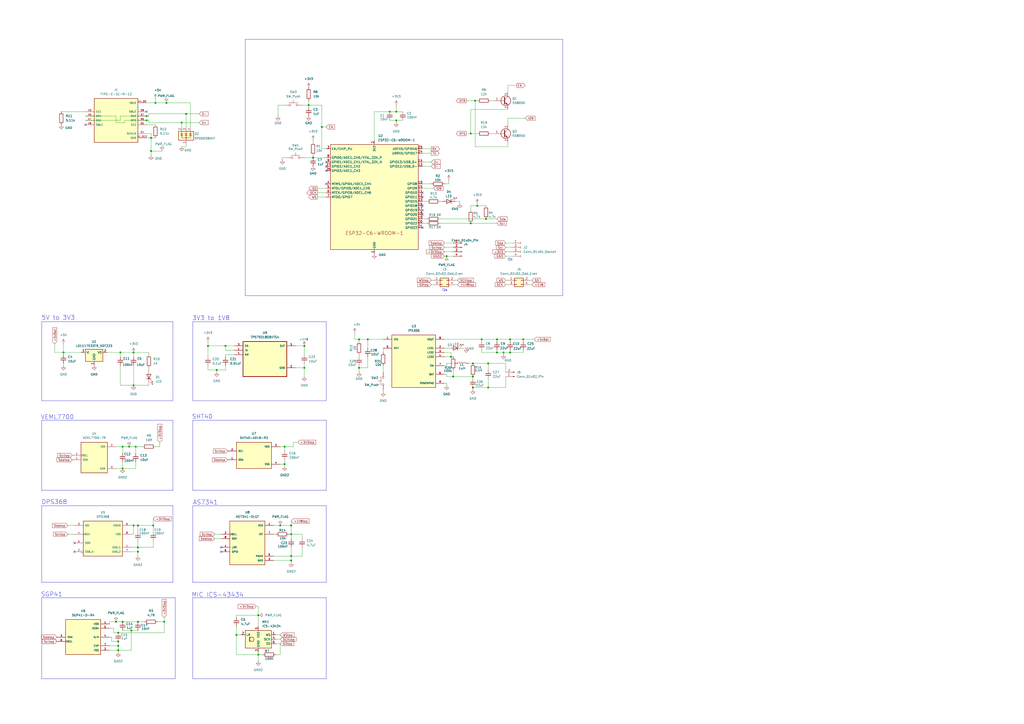
<source format=kicad_sch>
(kicad_sch (version 20250114) (generator "eeschema") (generator_version "9.0")
  (paper "A2")
  (lib_symbols
    (symbol "AS7341-DLGT:AS7341-DLGT" (pin_names (offset 1.016))
      (property "Reference" "U" (at -10.16 13.97 0))
      (property "Value" "AS7341-DLGT" (at -10.16 -15.24 0))
      (symbol "AS7341-DLGT_0_0"
        (pin input clock (at -15.24 5.08 0) (length 5.08) (name "SCL") (number "2"))
        (pin bidirectional line (at -15.24 2.54 0) (length 5.08) (name "SDA") (number "8"))
        (pin input line (at -15.24 -2.54 0) (length 5.08) (name "LDR") (number "4"))
        (pin bidirectional line (at -15.24 -5.08 0) (length 5.08) (name "GPIO") (number "6"))
        (pin power_in line (at 15.24 10.16 180) (length 5.08) (name "VDD") (number "1"))
        (pin output line (at 15.24 5.08 180) (length 5.08) (name "INT") (number "7"))
        (pin power_in line (at 15.24 -7.62 180) (length 5.08) (name "PGND") (number "5"))
        (pin power_in line (at 15.24 -10.16 180) (length 5.08) (name "GND") (number "3"))
      )
    )
    (symbol "Connector:Conn_01x02_Pin" (pin_names (offset 1.016) (hide yes))
      (property "Reference" "J" (at 0 2.54 0))
      (property "Value" "Conn_01x02_Pin" (at 0 -5.08 0))
      (symbol "Conn_01x02_Pin_1_1"
        (pin passive line (at 5.08 0 180) (length 3.81) (name "Pin_1") (number "1"))
        (pin passive line (at 5.08 -2.54 180) (length 3.81) (name "Pin_2") (number "2"))
      )
    )
    (symbol "Connector:Conn_01x04_Pin" (pin_names (offset 1.016) (hide yes))
      (property "Reference" "J" (at 0 5.08 0))
      (property "Value" "Conn_01x04_Pin" (at 0 -7.62 0))
      (symbol "Conn_01x04_Pin_1_1"
        (pin passive line (at 5.08 2.54 180) (length 3.81) (name "Pin_1") (number "1"))
        (pin passive line (at 5.08 0 180) (length 3.81) (name "Pin_2") (number "2"))
        (pin passive line (at 5.08 -2.54 180) (length 3.81) (name "Pin_3") (number "3"))
        (pin passive line (at 5.08 -5.08 180) (length 3.81) (name "Pin_4") (number "4"))
      )
    )
    (symbol "Connector:Conn_01x04_Socket" (pin_names (offset 1.016) (hide yes))
      (property "Reference" "J" (at 0 5.08 0))
      (property "Value" "Conn_01x04_Socket" (at 0 -7.62 0))
      (symbol "Conn_01x04_Socket_1_1"
        (pin passive line (at -5.08 2.54 0) (length 3.81) (name "Pin_1") (number "1"))
        (pin passive line (at -5.08 0 0) (length 3.81) (name "Pin_2") (number "2"))
        (pin passive line (at -5.08 -2.54 0) (length 3.81) (name "Pin_3") (number "3"))
        (pin passive line (at -5.08 -5.08 0) (length 3.81) (name "Pin_4") (number "4"))
      )
    )
    (symbol "Connector_Generic:Conn_02x02_Odd_Even" (pin_names (offset 1.016) (hide yes))
      (property "Reference" "J" (at 1.27 2.54 0))
      (property "Value" "Conn_02x02_Odd_Even" (at 1.27 -5.08 0))
      (symbol "Conn_02x02_Odd_Even_1_1"
        (pin passive line (at -5.08 0 0) (length 3.81) (name "Pin_1") (number "1"))
        (pin passive line (at -5.08 -2.54 0) (length 3.81) (name "Pin_3") (number "3"))
        (pin passive line (at 7.62 0 180) (length 3.81) (name "Pin_2") (number "2"))
        (pin passive line (at 7.62 -2.54 180) (length 3.81) (name "Pin_4") (number "4"))
      )
    )
    (symbol "DPS368:DPS368" (pin_names (offset 1.016))
      (property "Reference" "U?" (at 0 0.635 0))
      (property "Value" "DPS368" (at 0 -22.225 0))
      (symbol "DPS368_0_0"
        (pin bidirectional line (at -5.08 -2.54 0) (length 5.08) (name "SDI") (number "3"))
        (pin input clock (at -5.08 -7.62 0) (length 5.08) (name "SCK") (number "4"))
        (pin output line (at -5.08 -12.7 0) (length 5.08) (name "SDO") (number "5"))
        (pin input inverted (at -5.08 -17.78 0) (length 5.08) (name "CSB_N") (number "2"))
        (pin power_in line (at 27.94 -2.54 180) (length 5.08) (name "VDDIO") (number "6"))
        (pin power_in line (at 27.94 -7.62 180) (length 5.08) (name "VDD") (number "8"))
        (pin power_in line (at 27.94 -15.24 180) (length 5.08) (name "GND_1") (number "1"))
        (pin power_in line (at 27.94 -17.78 180) (length 5.08) (name "GND_2") (number "7"))
      )
    )
    (symbol "Device:C_Small" (pin_numbers (hide yes)) (pin_names (offset 0.254) (hide yes))
      (property "Reference" "C" (at 0.254 1.778 0))
      (property "Value" "C_Small" (at 0.254 -2.032 0))
      (symbol "C_Small_1_1"
        (pin passive line (at 0 2.54 270) (length 2.032) (name "~") (number "1"))
        (pin passive line (at 0 -2.54 90) (length 2.032) (name "~") (number "2"))
      )
    )
    (symbol "Device:L" (pin_numbers (hide yes)) (pin_names (offset 1.016) (hide yes))
      (property "Reference" "L" (at -1.27 0 90))
      (property "Value" "L" (at 1.905 0 90))
      (symbol "L_1_1"
        (pin passive line (at 0 3.81 270) (length 1.27) (name "1") (number "1"))
        (pin passive line (at 0 -3.81 90) (length 1.27) (name "2") (number "2"))
      )
    )
    (symbol "Device:LED" (pin_numbers (hide yes)) (pin_names (offset 1.016) (hide yes))
      (property "Reference" "D" (at 0 2.54 0))
      (property "Value" "LED" (at 0 -2.54 0))
      (symbol "LED_1_1"
        (pin passive line (at -3.81 0 0) (length 2.54) (name "K") (number "1"))
        (pin passive line (at 3.81 0 180) (length 2.54) (name "A") (number "2"))
      )
    )
    (symbol "Device:R" (pin_numbers (hide yes)) (pin_names (offset 0))
      (property "Reference" "R" (at 2.032 0 90))
      (property "Value" "R" (at 0 0 90))
      (symbol "R_1_1"
        (pin passive line (at 0 3.81 270) (length 1.27) (name "~") (number "1"))
        (pin passive line (at 0 -3.81 90) (length 1.27) (name "~") (number "2"))
      )
    )
    (symbol "IP5306:IP5306" (pin_names (offset 1.016))
      (property "Reference" "U" (at -12.7 16.002 0))
      (property "Value" "IP5306" (at -12.7 -17.78 0))
      (symbol "IP5306_0_0"
        (pin input line (at -17.78 12.7 0) (length 5.08) (name "VIN") (number "1"))
        (pin input line (at -17.78 7.62 0) (length 5.08) (name "KEY") (number "5"))
        (pin output line (at 17.78 12.7 180) (length 5.08) (name "VOUT") (number "8"))
        (pin output line (at 17.78 7.62 180) (length 5.08) (name "LED1") (number "2"))
        (pin output line (at 17.78 5.08 180) (length 5.08) (name "LED2") (number "3"))
        (pin output line (at 17.78 2.54 180) (length 5.08) (name "LED3") (number "4"))
        (pin passive line (at 17.78 -2.54 180) (length 5.08) (name "SW") (number "7"))
        (pin passive line (at 17.78 -7.62 180) (length 5.08) (name "BAT") (number "6"))
        (pin power_in line (at 17.78 -12.7 180) (length 5.08) (name "POWERPAD") (number "9"))
      )
    )
    (symbol "PCM_Espressif:ESP32-C6-WROOM-1"
      (property "Reference" "U" (at -25.4 35.56 0))
      (property "Value" "ESP32-C6-WROOM-1" (at -25.4 33.02 0))
      (symbol "ESP32-C6-WROOM-1_0_0"
        (text "ESP32-C6-WROOM-1" (at 0 -20.955 0) (effects (font (size 2 2))))
      )
      (symbol "ESP32-C6-WROOM-1_1_1"
        (pin input line (at -27.94 27.94 0) (length 2.54) (name "EN/CHIP_PU") (number "3"))
        (pin bidirectional line (at -27.94 22.86 0) (length 2.54) (name "GPIO0/ADC1_CH0/XTAL_32K_P") (number "8"))
        (pin bidirectional line (at -27.94 20.32 0) (length 2.54) (name "GPIO1/ADC1_CH1/XTAL_32K_N") (number "9"))
        (pin bidirectional line (at -27.94 17.78 0) (length 2.54) (name "GPIO2/ADC1_CH2") (number "27"))
        (pin bidirectional line (at -27.94 15.24 0) (length 2.54) (name "GPIO3/ADC1_CH3") (number "26"))
        (pin bidirectional line (at -27.94 7.62 0) (length 2.54) (name "MTMS/GPIO4/ADC1_CH4") (number "4"))
        (pin bidirectional line (at -27.94 5.08 0) (length 2.54) (name "MTDI/GPIO5/ADC1_CH5") (number "5"))
        (pin bidirectional line (at -27.94 2.54 0) (length 2.54) (name "MTCK/GPIO6/ADC1_CH6") (number "6"))
        (pin bidirectional line (at -27.94 0 0) (length 2.54) (name "MTDO/GPIO7") (number "7"))
        (pin no_connect line (at -25.4 -12.7 0) (length 2.54) (hide yes) (name "NC") (number "22"))
        (pin power_in line (at 0 33.02 270) (length 2.54) (name "3V3") (number "2"))
        (pin power_in line (at 0 -33.02 90) (length 2.54) (name "GND") (number "1"))
        (pin passive line (at 0 -33.02 90) (length 2.54) (hide yes) (name "GND") (number "28"))
        (pin passive line (at 0 -33.02 90) (length 2.54) (hide yes) (name "GND") (number "29"))
        (pin bidirectional line (at 27.94 27.94 180) (length 2.54) (name "U0TXD/GPIO16") (number "25"))
        (pin bidirectional line (at 27.94 25.4 180) (length 2.54) (name "U0RXD/GPIO17") (number "24"))
        (pin bidirectional line (at 27.94 20.32 180) (length 2.54) (name "GPIO13/USB_D+") (number "14"))
        (pin bidirectional line (at 27.94 17.78 180) (length 2.54) (name "GPIO12/USB_D-") (number "13"))
        (pin bidirectional line (at 27.94 7.62 180) (length 2.54) (name "GPIO8") (number "10"))
        (pin bidirectional line (at 27.94 5.08 180) (length 2.54) (name "GPIO9") (number "15"))
        (pin bidirectional line (at 27.94 2.54 180) (length 2.54) (name "GPIO10") (number "11"))
        (pin bidirectional line (at 27.94 0 180) (length 2.54) (name "GPIO11") (number "12"))
        (pin bidirectional line (at 27.94 -2.54 180) (length 2.54) (name "GPIO15") (number "23"))
        (pin bidirectional line (at 27.94 -5.08 180) (length 2.54) (name "GPIO18") (number "16"))
        (pin bidirectional line (at 27.94 -7.62 180) (length 2.54) (name "GPIO19") (number "17"))
        (pin bidirectional line (at 27.94 -10.16 180) (length 2.54) (name "GPIO20") (number "18"))
        (pin bidirectional line (at 27.94 -12.7 180) (length 2.54) (name "GPIO21") (number "19"))
        (pin bidirectional line (at 27.94 -15.24 180) (length 2.54) (name "GPIO22") (number "20"))
        (pin bidirectional line (at 27.94 -17.78 180) (length 2.54) (name "GPIO23") (number "21"))
      )
    )
    (symbol "Power_Protection:SP0503BAHT" (pin_names (hide yes))
      (property "Reference" "D" (at 5.715 2.54 0))
      (property "Value" "SP0503BAHT" (at 5.715 0.635 0))
      (symbol "SP0503BAHT_0_0"
        (pin passive line (at 0 -5.08 90) (length 2.54) (name "A") (number "1"))
      )
      (symbol "SP0503BAHT_1_1"
        (pin passive line (at -2.54 5.08 270) (length 2.54) (name "K") (number "2"))
        (pin passive line (at 0 5.08 270) (length 2.54) (name "K") (number "3"))
        (pin passive line (at 2.54 5.08 270) (length 2.54) (name "K") (number "4"))
      )
    )
    (symbol "Regulator_Linear:LD1117S33TR_SOT223"
      (property "Reference" "U" (at -3.81 3.175 0))
      (property "Value" "LD1117S33TR_SOT223" (at 0 3.175 0))
      (symbol "LD1117S33TR_SOT223_1_1"
        (pin power_in line (at -7.62 0 0) (length 2.54) (name "VI") (number "3"))
        (pin power_in line (at 0 -7.62 90) (length 2.54) (name "GND") (number "1"))
        (pin power_out line (at 7.62 0 180) (length 2.54) (name "VO") (number "2"))
      )
    )
    (symbol "SGP41-D-R4:SGP41-D-R4" (pin_names (offset 1.016))
      (property "Reference" "U" (at -10.16 10.922 0))
      (property "Value" "SGP41-D-R4" (at -10.16 -10.922 0))
      (symbol "SGP41-D-R4_0_0"
        (pin bidirectional line (at -15.24 0 0) (length 5.08) (name "SDA") (number "3"))
        (pin bidirectional clock (at -15.24 -2.54 0) (length 5.08) (name "SCL") (number "6"))
        (pin power_in line (at 15.24 7.62 180) (length 5.08) (name "VDD") (number "1"))
        (pin power_in line (at 15.24 5.08 180) (length 5.08) (name "VDDH") (number "5"))
        (pin passive line (at 15.24 0 180) (length 5.08) (name "N/A") (number "4"))
        (pin power_in line (at 15.24 -5.08 180) (length 5.08) (name "EXP") (number "7"))
        (pin power_in line (at 15.24 -7.62 180) (length 5.08) (name "VSS") (number "2"))
      )
    )
    (symbol "SHT40-AD1B-R2:SHT40-AD1B-R2" (pin_names (offset 1.016))
      (property "Reference" "U" (at -10.16 8.89 0))
      (property "Value" "SHT40-AD1B-R2" (at -10.16 -10.16 0))
      (symbol "SHT40-AD1B-R2_0_0"
        (pin input line (at -15.24 2.54 0) (length 5.08) (name "SCL") (number "2"))
        (pin bidirectional line (at -15.24 -2.54 0) (length 5.08) (name "SDA") (number "1"))
        (pin power_in line (at 15.24 5.08 180) (length 5.08) (name "VDD") (number "3"))
        (pin power_in line (at 15.24 -5.08 180) (length 5.08) (name "VSS") (number "4"))
      )
    )
    (symbol "Sensor_Audio:ICS-43434"
      (property "Reference" "MK" (at -7.62 6.35 0))
      (property "Value" "ICS-43434" (at 1.27 6.35 0))
      (symbol "ICS-43434_1_1"
        (pin input line (at -10.16 2.54 0) (length 2.54) (name "LR") (number "2"))
        (pin power_in line (at 0 7.62 270) (length 2.54) (name "VDD") (number "5"))
        (pin power_in line (at 0 -7.62 90) (length 2.54) (name "GND") (number "3"))
        (pin input line (at 10.16 2.54 180) (length 2.54) (name "WS") (number "1"))
        (pin input line (at 10.16 0 180) (length 2.54) (name "SCK") (number "4"))
        (pin output line (at 10.16 -2.54 180) (length 2.54) (name "SD") (number "6"))
      )
    )
    (symbol "Switch:SW_Push" (pin_numbers (hide yes)) (pin_names (offset 1.016) (hide yes))
      (property "Reference" "SW" (at 1.27 2.54 0))
      (property "Value" "SW_Push" (at 0 -1.524 0))
      (symbol "SW_Push_0_1"
        (pin passive line (at -5.08 0 0) (length 2.54) (name "1") (number "1"))
        (pin passive line (at 5.08 0 180) (length 2.54) (name "2") (number "2"))
      )
    )
    (symbol "TPS793-18:TPS79318DBVTG4" (pin_names (offset 1.016))
      (property "Reference" "U9" (at 0 15.24 0))
      (property "Value" "TPS79318DBVTG4" (at 0 12.7 0))
      (symbol "TPS79318DBVTG4_0_0"
        (pin input line (at -17.78 7.62 0) (length 5.08) (name "EN") (number "3"))
        (pin input line (at -17.78 5.08 0) (length 5.08) (name "IN") (number "1"))
        (pin input line (at -17.78 2.54 0) (length 5.08) (name "NR") (number "4"))
        (pin power_in line (at 17.78 -5.08 180) (length 5.08) (name "GND") (number "2"))
      )
      (symbol "TPS79318DBVTG4_1_0"
        (pin power_out line (at 17.78 7.62 180) (length 5.08) (name "OUT") (number "5"))
      )
    )
    (symbol "TYPE-C-31-M-12:TYPE-C-31-M-12" (pin_names (offset 1.016))
      (property "Reference" "J" (at -12.7 13.462 0))
      (property "Value" "TYPE-C-31-M-12" (at -12.7 -13.462 0))
      (symbol "TYPE-C-31-M-12_0_0"
        (pin bidirectional line (at -17.78 5.08 0) (length 5.08) (name "CC1") (number "A5"))
        (pin bidirectional line (at -17.78 2.54 0) (length 5.08) (name "DP1") (number "A6"))
        (pin bidirectional line (at -17.78 0 0) (length 5.08) (name "DN1") (number "A7"))
        (pin bidirectional line (at -17.78 -2.54 0) (length 5.08) (name "SBU1") (number "A8"))
        (pin power_in line (at 17.78 10.16 180) (length 5.08) (name "VBUS") (number "A4_B9"))
        (pin power_in line (at 17.78 10.16 180) (length 5.08) (hide yes) (name "VBUS") (number "B4_A9"))
        (pin bidirectional line (at 17.78 5.08 180) (length 5.08) (name "SBU2") (number "B8"))
        (pin bidirectional line (at 17.78 2.54 180) (length 5.08) (name "DN2") (number "B7"))
        (pin bidirectional line (at 17.78 0 180) (length 5.08) (name "DP2") (number "B6"))
        (pin bidirectional line (at 17.78 -2.54 180) (length 5.08) (name "CC2") (number "B5"))
        (pin passive line (at 17.78 -7.62 180) (length 5.08) (name "SHIELD") (number "S1"))
        (pin passive line (at 17.78 -7.62 180) (length 5.08) (hide yes) (name "SHIELD") (number "S2"))
        (pin passive line (at 17.78 -7.62 180) (length 5.08) (hide yes) (name "SHIELD") (number "S3"))
        (pin passive line (at 17.78 -7.62 180) (length 5.08) (hide yes) (name "SHIELD") (number "S4"))
        (pin power_in line (at 17.78 -10.16 180) (length 5.08) (name "GND") (number "A1_B12"))
        (pin power_in line (at 17.78 -10.16 180) (length 5.08) (hide yes) (name "GND") (number "B1_A12"))
      )
    )
    (symbol "Transistor_BJT:SS8050" (pin_names (offset 0) (hide yes))
      (property "Reference" "Q" (at 5.08 1.905 0))
      (property "Value" "SS8050" (at 5.08 0 0))
      (symbol "SS8050_1_1"
        (pin input line (at -5.08 0 0) (length 2.54) (name "B") (number "1"))
        (pin passive line (at 2.54 5.08 270) (length 2.54) (name "C") (number "3"))
        (pin passive line (at 2.54 -5.08 90) (length 2.54) (name "E") (number "2"))
      )
    )
    (symbol "VEML7700-TR:VEML7700-TR" (pin_names (offset 1.016))
      (property "Reference" "U" (at -7.62 10.795 0))
      (property "Value" "VEML7700-TR" (at -7.62 -10.16 0))
      (symbol "VEML7700-TR_0_0"
        (pin input clock (at -12.7 2.54 0) (length 5.08) (name "SCL") (number "1"))
        (pin bidirectional line (at -12.7 0 0) (length 5.08) (name "SDA") (number "4"))
        (pin power_in line (at 12.7 7.62 180) (length 5.08) (name "VDD") (number "2"))
        (pin power_in line (at 12.7 -5.08 180) (length 5.08) (name "GND") (number "3"))
      )
    )
    (symbol "power:+1V8" (power) (pin_numbers (hide yes)) (pin_names (offset 0) (hide yes))
      (property "Value" "+1V8" (at 0 3.556 0))
      (symbol "+1V8_1_1"
        (pin power_in line (at 0 0 90) (length 0) (name "~") (number "1"))
      )
    )
    (symbol "power:+3V3" (power) (pin_numbers (hide yes)) (pin_names (offset 0) (hide yes))
      (property "Value" "+3V3" (at 0 3.556 0))
      (symbol "+3V3_1_1"
        (pin power_in line (at 0 0 90) (length 0) (name "~") (number "1"))
      )
    )
    (symbol "power:+5V" (power) (pin_numbers (hide yes)) (pin_names (offset 0) (hide yes))
      (property "Value" "+5V" (at 0 3.556 0))
      (symbol "+5V_1_1"
        (pin power_in line (at 0 0 90) (length 0) (name "~") (number "1"))
      )
    )
    (symbol "power:GND" (power) (pin_numbers (hide yes)) (pin_names (offset 0) (hide yes))
      (property "Value" "GND" (at 0 -3.81 0))
      (symbol "GND_1_1"
        (pin power_in line (at 0 0 270) (length 0) (name "~") (number "1"))
      )
    )
    (symbol "power:GND2" (power) (pin_numbers (hide yes)) (pin_names (offset 0) (hide yes))
      (property "Value" "GND2" (at 0 -3.81 0))
      (symbol "GND2_1_1"
        (pin power_in line (at 0 0 270) (length 0) (name "~") (number "1"))
      )
    )
    (symbol "power:PWR_FLAG" (power) (pin_numbers (hide yes)) (pin_names (offset 0) (hide yes))
      (property "Value" "PWR_FLAG" (at 0 3.81 0))
      (symbol "PWR_FLAG_0_0"
        (pin power_out line (at 0 0 90) (length 0) (name "~") (number "1"))
      )
    )
  )
  (text "i2s\n" (at 258.064 168.402 0) (effects (font (size 1.27 1.27))))
  (text "SGP41" (at 29.972 344.932 0) (effects (font (size 2.54 2.54))))
  (text "3V3 to 1V8" (at 122.428 184.658 0) (effects (font (size 2.54 2.54))))
  (text "DPS368\n" (at 31.496 291.338 0) (effects (font (size 2.54 2.54))))
  (text "5V to 3V3\n" (at 33.782 184.404 0) (effects (font (size 2.54 2.54))))
  (text "SHT40" (at 117.348 241.808 0) (effects (font (size 2.54 2.54))))
  (text "VEML7700\n" (at 33.274 242.062 0) (effects (font (size 2.54 2.54))))
  (text "MIC ICS-43434\n" (at 126.238 345.186 0) (effects (font (size 2.54 2.54))))
  (text "i2c\n" (at 295.91 150.622 0) (effects (font (size 1.27 1.27))))
  (text "AS7341\n" (at 119.126 291.592 0) (effects (font (size 2.54 2.54))))
  (junction (at 186.69 73.66))
  (junction (at 168.91 325.12))
  (junction (at 168.91 309.88))
  (junction (at 281.94 127))
  (junction (at 120.65 200.66))
  (junction (at 71.12 271.78))
  (junction (at 276.86 119.38))
  (junction (at 68.58 374.65))
  (junction (at 295.91 196.85))
  (junction (at 90.17 59.69))
  (junction (at 213.36 196.85))
  (junction (at 36.83 204.47))
  (junction (at 168.91 322.58))
  (junction (at 288.29 196.85))
  (junction (at 80.01 317.5))
  (junction (at 208.28 196.85))
  (junction (at 261.62 207.01))
  (junction (at 67.31 360.68))
  (junction (at 68.58 372.11))
  (junction (at 208.28 213.36))
  (junction (at 80.01 304.8))
  (junction (at 259.08 148.59))
  (junction (at 78.74 259.08))
  (junction (at 96.52 59.69))
  (junction (at 77.47 204.47))
  (junction (at 226.06 64.77))
  (junction (at 85.09 69.85))
  (junction (at 87.63 87.63))
  (junction (at 303.53 196.85))
  (junction (at 275.59 58.42))
  (junction (at 125.73 214.63))
  (junction (at 77.47 223.52))
  (junction (at 179.07 60.96))
  (junction (at 273.05 77.47))
  (junction (at 295.91 204.47))
  (junction (at 229.87 69.85))
  (junction (at 68.58 367.03))
  (junction (at 283.21 224.79))
  (junction (at 77.47 304.8))
  (junction (at 107.95 66.04))
  (junction (at 80.01 320.04))
  (junction (at 149.86 379.73))
  (junction (at 292.1 204.47))
  (junction (at 262.89 218.44))
  (junction (at 85.09 67.31))
  (junction (at 176.53 200.66))
  (junction (at 71.12 259.08))
  (junction (at 69.85 204.47))
  (junction (at 165.1 269.24))
  (junction (at 88.9 304.8))
  (junction (at 149.86 356.87))
  (junction (at 74.93 259.08))
  (junction (at 162.56 304.8))
  (junction (at 105.41 71.12))
  (junction (at 137.16 368.3))
  (junction (at 274.32 210.82))
  (junction (at 176.53 213.36))
  (junction (at 274.32 224.79))
  (junction (at 68.58 377.19))
  (junction (at 165.1 259.08))
  (junction (at 168.91 304.8))
  (junction (at 229.87 64.77))
  (junction (at 273.05 129.54))
  (junction (at 80.01 360.68))
  (junction (at 76.2 365.76))
  (junction (at 283.21 210.82))
  (junction (at 279.4 196.85))
  (junction (at 181.61 91.44))
  (junction (at 130.81 200.66))
  (junction (at 95.25 360.68))
  (junction (at 71.12 360.68))
  (junction (at 274.32 218.44))
  (junction (at 87.63 80.01))
  (junction (at 288.29 204.47))
  (no_connect (at 189.23 106.68))
  (no_connect (at 245.11 124.46))
  (no_connect (at 245.11 111.76))
  (no_connect (at 49.53 72.39))
  (no_connect (at 128.27 317.5))
  (no_connect (at 245.11 121.92))
  (no_connect (at 43.18 320.04))
  (no_connect (at 43.18 314.96))
  (no_connect (at 189.23 99.06))
  (no_connect (at 245.11 132.08))
  (no_connect (at 85.09 64.77))
  (no_connect (at 245.11 119.38))
  (no_connect (at 189.23 96.52))
  (no_connect (at 128.27 320.04))
  (no_connect (at 189.23 93.98))
  (no_connect (at 245.11 114.3))
  (wire (pts (xy 273.05 121.92) (xy 273.05 119.38)))
  (wire (pts (xy 167.64 309.88) (xy 168.91 309.88)))
  (wire (pts (xy 160.02 370.84) (xy 162.56 370.84)))
  (wire (pts (xy 293.37 165.1) (xy 294.64 165.1)))
  (wire (pts (xy 257.81 212.09) (xy 259.08 212.09)))
  (polyline (pts (xy 326.39 22.86) (xy 326.39 171.45)))
  (wire (pts (xy 294.64 53.34) (xy 294.64 49.53)))
  (wire (pts (xy 271.78 210.82) (xy 274.32 210.82)))
  (wire (pts (xy 149.86 351.79) (xy 149.86 356.87)))
  (wire (pts (xy 279.4 198.12) (xy 279.4 196.85)))
  (wire (pts (xy 69.85 212.09) (xy 69.85 223.52)))
  (wire (pts (xy 63.5 360.68) (xy 63.5 361.95)))
  (polyline (pts (xy 111.76 243.84) (xy 111.76 284.48)))
  (wire (pts (xy 273.05 77.47) (xy 276.86 77.47)))
  (wire (pts (xy 259.08 210.82) (xy 259.08 212.09)))
  (wire (pts (xy 86.36 66.04) (xy 86.36 67.31)))
  (wire (pts (xy 69.85 69.85) (xy 69.85 67.31)))
  (wire (pts (xy 168.91 309.88) (xy 175.26 309.88)))
  (wire (pts (xy 85.09 77.47) (xy 87.63 77.47)))
  (wire (pts (xy 85.09 59.69) (xy 90.17 59.69)))
  (wire (pts (xy 87.63 77.47) (xy 87.63 80.01)))
  (wire (pts (xy 149.86 356.87) (xy 149.86 363.22)))
  (wire (pts (xy 292.1 204.47) (xy 295.91 204.47)))
  (wire (pts (xy 259.08 222.25) (xy 259.08 223.52)))
  (wire (pts (xy 86.36 213.36) (xy 86.36 214.63)))
  (polyline (pts (xy 111.76 243.84) (xy 189.23 243.84)))
  (wire (pts (xy 67.31 360.68) (xy 71.12 360.68)))
  (wire (pts (xy 273.05 63.5) (xy 273.05 77.47)))
  (wire (pts (xy 165.1 259.08) (xy 162.56 259.08)))
  (wire (pts (xy 259.08 218.44) (xy 262.89 218.44)))
  (wire (pts (xy 36.83 204.47) (xy 46.99 204.47)))
  (wire (pts (xy 71.12 259.08) (xy 74.93 259.08)))
  (wire (pts (xy 245.11 127) (xy 247.65 127)))
  (wire (pts (xy 184.15 114.3) (xy 189.23 114.3)))
  (wire (pts (xy 78.74 259.08) (xy 78.74 262.89)))
  (wire (pts (xy 86.36 66.04) (xy 107.95 66.04)))
  (wire (pts (xy 292.1 205.74) (xy 292.1 204.47)))
  (wire (pts (xy 74.93 259.08) (xy 78.74 259.08)))
  (wire (pts (xy 95.25 360.68) (xy 91.44 360.68)))
  (wire (pts (xy 72.39 71.12) (xy 72.39 69.85)))
  (wire (pts (xy 148.59 351.79) (xy 149.86 351.79)))
  (wire (pts (xy 95.25 358.14) (xy 95.25 360.68)))
  (wire (pts (xy 64.77 372.11) (xy 64.77 369.57)))
  (wire (pts (xy 168.91 302.26) (xy 168.91 304.8)))
  (wire (pts (xy 208.28 205.74) (xy 208.28 207.01)))
  (wire (pts (xy 162.56 304.8) (xy 168.91 304.8)))
  (wire (pts (xy 257.81 222.25) (xy 259.08 222.25)))
  (wire (pts (xy 87.63 80.01) (xy 87.63 87.63)))
  (wire (pts (xy 293.37 215.9) (xy 293.37 210.82)))
  (wire (pts (xy 293.37 210.82) (xy 283.21 210.82)))
  (wire (pts (xy 39.37 304.8) (xy 43.18 304.8)))
  (wire (pts (xy 36.83 212.09) (xy 36.83 210.82)))
  (wire (pts (xy 69.85 67.31) (xy 85.09 67.31)))
  (wire (pts (xy 266.7 116.84) (xy 266.7 118.11)))
  (wire (pts (xy 229.87 60.96) (xy 229.87 64.77)))
  (wire (pts (xy 176.53 205.74) (xy 176.53 200.66)))
  (wire (pts (xy 303.53 196.85) (xy 303.53 198.12)))
  (wire (pts (xy 66.04 364.49) (xy 63.5 364.49)))
  (wire (pts (xy 86.36 69.85) (xy 85.09 69.85)))
  (wire (pts (xy 67.31 259.08) (xy 71.12 259.08)))
  (wire (pts (xy 77.47 204.47) (xy 77.47 207.01)))
  (wire (pts (xy 88.9 308.61) (xy 88.9 304.8)))
  (wire (pts (xy 158.75 304.8) (xy 162.56 304.8)))
  (polyline (pts (xy 111.76 186.69) (xy 111.76 232.41)))
  (polyline (pts (xy 111.76 293.37) (xy 189.23 293.37)))
  (wire (pts (xy 283.21 224.79) (xy 274.32 224.79)))
  (wire (pts (xy 76.2 365.76) (xy 80.01 365.76)))
  (wire (pts (xy 161.29 60.96) (xy 165.1 60.96)))
  (wire (pts (xy 308.61 162.56) (xy 307.34 162.56)))
  (wire (pts (xy 245.11 109.22) (xy 251.46 109.22)))
  (wire (pts (xy 135.89 205.74) (xy 130.81 205.74)))
  (wire (pts (xy 87.63 87.63) (xy 87.63 90.17)))
  (wire (pts (xy 275.59 58.42) (xy 275.59 85.09)))
  (wire (pts (xy 168.91 322.58) (xy 168.91 325.12)))
  (wire (pts (xy 303.53 204.47) (xy 295.91 204.47)))
  (wire (pts (xy 257.81 207.01) (xy 261.62 207.01)))
  (wire (pts (xy 295.91 203.2) (xy 295.91 204.47)))
  (polyline (pts (xy 100.33 337.82) (xy 100.33 293.37)))
  (polyline (pts (xy 111.76 232.41) (xy 189.23 232.41)))
  (wire (pts (xy 250.19 162.56) (xy 251.46 162.56)))
  (wire (pts (xy 67.31 67.31) (xy 67.31 71.12)))
  (wire (pts (xy 36.83 199.39) (xy 36.83 204.47)))
  (wire (pts (xy 279.4 196.85) (xy 288.29 196.85)))
  (wire (pts (xy 274.32 226.06) (xy 274.32 224.79)))
  (wire (pts (xy 175.26 60.96) (xy 179.07 60.96)))
  (wire (pts (xy 283.21 219.71) (xy 283.21 224.79)))
  (wire (pts (xy 171.45 213.36) (xy 176.53 213.36)))
  (polyline (pts (xy 101.6 393.7) (xy 101.6 346.71)))
  (wire (pts (xy 66.04 367.03) (xy 66.04 364.49)))
  (wire (pts (xy 71.12 365.76) (xy 76.2 365.76)))
  (wire (pts (xy 160.02 309.88) (xy 158.75 309.88)))
  (polyline (pts (xy 24.13 346.71) (xy 24.13 393.7)))
  (wire (pts (xy 87.63 80.01) (xy 90.17 80.01)))
  (wire (pts (xy 137.16 368.3) (xy 137.16 379.73)))
  (wire (pts (xy 274.32 210.82) (xy 283.21 210.82)))
  (wire (pts (xy 288.29 204.47) (xy 292.1 204.47)))
  (wire (pts (xy 274.32 218.44) (xy 274.32 219.71)))
  (wire (pts (xy 264.16 116.84) (xy 266.7 116.84)))
  (wire (pts (xy 105.41 71.12) (xy 115.57 71.12)))
  (wire (pts (xy 175.26 312.42) (xy 175.26 309.88)))
  (wire (pts (xy 275.59 58.42) (xy 276.86 58.42)))
  (wire (pts (xy 288.29 198.12) (xy 288.29 196.85)))
  (polyline (pts (xy 111.76 337.82) (xy 189.23 337.82)))
  (wire (pts (xy 222.25 201.93) (xy 222.25 204.47)))
  (wire (pts (xy 281.94 127) (xy 288.29 127)))
  (polyline (pts (xy 24.13 284.48) (xy 100.33 284.48)))
  (wire (pts (xy 294.64 49.53) (xy 299.72 49.53)))
  (wire (pts (xy 229.87 69.85) (xy 233.68 69.85)))
  (wire (pts (xy 270.51 77.47) (xy 273.05 77.47)))
  (wire (pts (xy 293.37 162.56) (xy 294.64 162.56)))
  (wire (pts (xy 176.53 213.36) (xy 176.53 218.44)))
  (polyline (pts (xy 111.76 346.71) (xy 111.76 393.7)))
  (wire (pts (xy 264.16 162.56) (xy 265.43 162.56)))
  (wire (pts (xy 76.2 365.76) (xy 76.2 377.19)))
  (wire (pts (xy 107.95 83.82) (xy 107.95 85.09)))
  (wire (pts (xy 76.2 320.04) (xy 80.01 320.04)))
  (wire (pts (xy 205.74 193.04) (xy 205.74 196.85)))
  (wire (pts (xy 260.35 106.68) (xy 257.81 106.68)))
  (wire (pts (xy 245.11 93.98) (xy 250.19 93.98)))
  (wire (pts (xy 35.56 64.77) (xy 49.53 64.77)))
  (polyline (pts (xy 24.13 232.41) (xy 100.33 232.41)))
  (wire (pts (xy 288.29 196.85) (xy 295.91 196.85)))
  (wire (pts (xy 262.89 214.63) (xy 262.89 218.44)))
  (wire (pts (xy 135.89 203.2) (xy 130.81 203.2)))
  (polyline (pts (xy 24.13 186.69) (xy 100.33 186.69)))
  (wire (pts (xy 165.1 261.62) (xy 165.1 259.08)))
  (wire (pts (xy 170.18 259.08) (xy 165.1 259.08)))
  (wire (pts (xy 130.81 214.63) (xy 130.81 212.09)))
  (wire (pts (xy 76.2 377.19) (xy 68.58 377.19)))
  (wire (pts (xy 68.58 367.03) (xy 95.25 367.03)))
  (polyline (pts (xy 189.23 284.48) (xy 189.23 243.84)))
  (wire (pts (xy 294.64 82.55) (xy 294.64 85.09)))
  (wire (pts (xy 105.41 71.12) (xy 105.41 73.66)))
  (wire (pts (xy 245.11 88.9) (xy 250.19 88.9)))
  (polyline (pts (xy 24.13 243.84) (xy 24.13 284.48)))
  (wire (pts (xy 262.89 218.44) (xy 274.32 218.44)))
  (wire (pts (xy 229.87 64.77) (xy 233.68 64.77)))
  (wire (pts (xy 71.12 360.68) (xy 80.01 360.68)))
  (wire (pts (xy 168.91 325.12) (xy 168.91 326.39)))
  (wire (pts (xy 80.01 313.69) (xy 80.01 317.5)))
  (wire (pts (xy 125.73 215.9) (xy 125.73 214.63)))
  (wire (pts (xy 63.5 377.19) (xy 68.58 377.19)))
  (wire (pts (xy 31.75 199.39) (xy 31.75 204.47)))
  (polyline (pts (xy 189.23 232.41) (xy 189.23 186.69)))
  (wire (pts (xy 284.48 58.42) (xy 287.02 58.42)))
  (polyline (pts (xy 24.13 293.37) (xy 24.13 337.82)))
  (wire (pts (xy 283.21 214.63) (xy 283.21 210.82)))
  (wire (pts (xy 120.65 200.66) (xy 120.65 207.01)))
  (wire (pts (xy 293.37 146.05) (xy 297.18 146.05)))
  (wire (pts (xy 149.86 379.73) (xy 149.86 378.46)))
  (wire (pts (xy 303.53 203.2) (xy 303.53 204.47)))
  (polyline (pts (xy 189.23 393.7) (xy 189.23 346.71)))
  (wire (pts (xy 66.04 367.03) (xy 68.58 367.03)))
  (wire (pts (xy 77.47 223.52) (xy 86.36 223.52)))
  (wire (pts (xy 80.01 320.04) (xy 80.01 322.58)))
  (wire (pts (xy 171.45 200.66) (xy 176.53 200.66)))
  (wire (pts (xy 130.81 205.74) (xy 130.81 207.01)))
  (wire (pts (xy 255.27 129.54) (xy 273.05 129.54)))
  (wire (pts (xy 179.07 58.42) (xy 179.07 60.96)))
  (wire (pts (xy 181.61 90.17) (xy 181.61 91.44)))
  (wire (pts (xy 110.49 59.69) (xy 96.52 59.69)))
  (wire (pts (xy 149.86 379.73) (xy 149.86 383.54)))
  (wire (pts (xy 137.16 358.14) (xy 137.16 356.87)))
  (wire (pts (xy 137.16 363.22) (xy 137.16 368.3)))
  (wire (pts (xy 261.62 204.47) (xy 261.62 207.01)))
  (wire (pts (xy 293.37 140.97) (xy 297.18 140.97)))
  (wire (pts (xy 163.83 91.44) (xy 166.37 91.44)))
  (wire (pts (xy 186.69 86.36) (xy 189.23 86.36)))
  (wire (pts (xy 295.91 196.85) (xy 303.53 196.85)))
  (wire (pts (xy 208.28 196.85) (xy 213.36 196.85)))
  (wire (pts (xy 49.53 69.85) (xy 69.85 69.85)))
  (wire (pts (xy 189.23 73.66) (xy 186.69 73.66)))
  (wire (pts (xy 80.01 308.61) (xy 80.01 304.8)))
  (wire (pts (xy 175.26 317.5) (xy 175.26 322.58)))
  (wire (pts (xy 86.36 223.52) (xy 86.36 222.25)))
  (wire (pts (xy 86.36 67.31) (xy 85.09 67.31)))
  (wire (pts (xy 77.47 304.8) (xy 77.47 309.88)))
  (wire (pts (xy 77.47 212.09) (xy 77.47 223.52)))
  (wire (pts (xy 293.37 148.59) (xy 297.18 148.59)))
  (wire (pts (xy 49.53 67.31) (xy 67.31 67.31)))
  (wire (pts (xy 80.01 304.8) (xy 77.47 304.8)))
  (wire (pts (xy 80.01 317.5) (xy 88.9 317.5)))
  (wire (pts (xy 245.11 106.68) (xy 250.19 106.68)))
  (wire (pts (xy 161.29 60.96) (xy 161.29 67.31)))
  (wire (pts (xy 170.18 256.54) (xy 172.72 256.54)))
  (wire (pts (xy 67.31 71.12) (xy 72.39 71.12)))
  (wire (pts (xy 80.01 317.5) (xy 80.01 320.04)))
  (wire (pts (xy 85.09 80.01) (xy 87.63 80.01)))
  (wire (pts (xy 120.65 212.09) (xy 120.65 214.63)))
  (wire (pts (xy 62.23 204.47) (xy 69.85 204.47)))
  (wire (pts (xy 36.83 204.47) (xy 36.83 205.74)))
  (wire (pts (xy 184.15 109.22) (xy 189.23 109.22)))
  (wire (pts (xy 186.69 73.66) (xy 186.69 86.36)))
  (wire (pts (xy 107.95 85.09) (xy 105.41 85.09)))
  (wire (pts (xy 158.75 325.12) (xy 168.91 325.12)))
  (wire (pts (xy 222.25 212.09) (xy 222.25 215.9)))
  (polyline (pts (xy 24.13 346.71) (xy 101.6 346.71)))
  (polyline (pts (xy 24.13 186.69) (xy 24.13 232.41)))
  (wire (pts (xy 226.06 69.85) (xy 229.87 69.85)))
  (wire (pts (xy 95.25 360.68) (xy 95.25 367.03)))
  (wire (pts (xy 162.56 379.73) (xy 162.56 373.38)))
  (wire (pts (xy 255.27 116.84) (xy 256.54 116.84)))
  (wire (pts (xy 273.05 119.38) (xy 276.86 119.38)))
  (wire (pts (xy 186.69 60.96) (xy 186.69 73.66)))
  (wire (pts (xy 245.11 86.36) (xy 250.19 86.36)))
  (wire (pts (xy 208.28 213.36) (xy 208.28 215.9)))
  (wire (pts (xy 90.17 59.69) (xy 90.17 57.15)))
  (wire (pts (xy 262.89 143.51) (xy 257.81 143.51)))
  (wire (pts (xy 69.85 204.47) (xy 69.85 207.01)))
  (wire (pts (xy 294.64 63.5) (xy 273.05 63.5)))
  (wire (pts (xy 135.89 200.66) (xy 130.81 200.66)))
  (wire (pts (xy 86.36 205.74) (xy 86.36 204.47)))
  (polyline (pts (xy 111.76 284.48) (xy 189.23 284.48)))
  (polyline (pts (xy 24.13 337.82) (xy 100.33 337.82)))
  (wire (pts (xy 273.05 129.54) (xy 288.29 129.54)))
  (wire (pts (xy 175.26 322.58) (xy 168.91 322.58)))
  (wire (pts (xy 71.12 259.08) (xy 71.12 262.89)))
  (polyline (pts (xy 189.23 186.69) (xy 111.76 186.69)))
  (wire (pts (xy 229.87 69.85) (xy 229.87 71.12)))
  (wire (pts (xy 64.77 372.11) (xy 68.58 372.11)))
  (wire (pts (xy 245.11 129.54) (xy 247.65 129.54)))
  (wire (pts (xy 86.36 71.12) (xy 86.36 69.85)))
  (wire (pts (xy 181.61 81.28) (xy 181.61 82.55)))
  (wire (pts (xy 267.97 201.93) (xy 270.51 201.93)))
  (wire (pts (xy 149.86 379.73) (xy 152.4 379.73)))
  (wire (pts (xy 125.73 214.63) (xy 130.81 214.63)))
  (wire (pts (xy 124.46 312.42) (xy 128.27 312.42)))
  (wire (pts (xy 162.56 269.24) (xy 165.1 269.24)))
  (wire (pts (xy 92.71 256.54) (xy 92.71 259.08)))
  (wire (pts (xy 262.89 146.05) (xy 257.81 146.05)))
  (wire (pts (xy 262.89 140.97) (xy 257.81 140.97)))
  (wire (pts (xy 304.8 68.58) (xy 294.64 68.58)))
  (polyline (pts (xy 111.76 346.71) (xy 189.23 346.71)))
  (wire (pts (xy 257.81 196.85) (xy 279.4 196.85)))
  (wire (pts (xy 69.85 223.52) (xy 77.47 223.52)))
  (wire (pts (xy 162.56 373.38) (xy 160.02 373.38)))
  (wire (pts (xy 120.65 214.63) (xy 125.73 214.63)))
  (polyline (pts (xy 142.24 171.45) (xy 326.39 171.45)))
  (wire (pts (xy 77.47 204.47) (xy 86.36 204.47)))
  (wire (pts (xy 107.95 66.04) (xy 115.57 66.04)))
  (wire (pts (xy 257.81 201.93) (xy 260.35 201.93)))
  (wire (pts (xy 276.86 119.38) (xy 281.94 119.38)))
  (wire (pts (xy 130.81 200.66) (xy 120.65 200.66)))
  (wire (pts (xy 176.53 210.82) (xy 176.53 213.36)))
  (wire (pts (xy 88.9 313.69) (xy 88.9 317.5)))
  (wire (pts (xy 279.4 203.2) (xy 279.4 204.47)))
  (wire (pts (xy 295.91 198.12) (xy 295.91 196.85)))
  (wire (pts (xy 217.17 64.77) (xy 217.17 81.28)))
  (wire (pts (xy 264.16 165.1) (xy 265.43 165.1)))
  (wire (pts (xy 80.01 360.68) (xy 83.82 360.68)))
  (polyline (pts (xy 24.13 243.84) (xy 100.33 243.84)))
  (wire (pts (xy 257.81 148.59) (xy 259.08 148.59)))
  (wire (pts (xy 213.36 201.93) (xy 213.36 196.85)))
  (wire (pts (xy 68.58 378.46) (xy 68.58 377.19)))
  (wire (pts (xy 259.08 210.82) (xy 264.16 210.82)))
  (wire (pts (xy 208.28 198.12) (xy 208.28 196.85)))
  (wire (pts (xy 213.36 196.85) (xy 222.25 196.85)))
  (wire (pts (xy 259.08 148.59) (xy 262.89 148.59)))
  (wire (pts (xy 165.1 266.7) (xy 165.1 269.24)))
  (wire (pts (xy 255.27 127) (xy 281.94 127)))
  (wire (pts (xy 262.89 207.01) (xy 261.62 207.01)))
  (wire (pts (xy 245.11 96.52) (xy 250.19 96.52)))
  (polyline (pts (xy 142.24 22.86) (xy 326.39 22.86)))
  (wire (pts (xy 270.51 58.42) (xy 275.59 58.42)))
  (wire (pts (xy 77.47 304.8) (xy 76.2 304.8)))
  (wire (pts (xy 303.53 196.85) (xy 309.88 196.85)))
  (polyline (pts (xy 189.23 337.82) (xy 189.23 293.37)))
  (wire (pts (xy 107.95 66.04) (xy 107.95 73.66)))
  (wire (pts (xy 160.02 368.3) (xy 162.56 368.3)))
  (wire (pts (xy 294.64 68.58) (xy 294.64 72.39)))
  (wire (pts (xy 90.17 59.69) (xy 96.52 59.69)))
  (wire (pts (xy 71.12 271.78) (xy 78.74 271.78)))
  (polyline (pts (xy 100.33 232.41) (xy 100.33 186.69)))
  (wire (pts (xy 288.29 203.2) (xy 288.29 204.47)))
  (wire (pts (xy 160.02 379.73) (xy 162.56 379.73)))
  (wire (pts (xy 68.58 374.65) (xy 68.58 372.11)))
  (wire (pts (xy 78.74 259.08) (xy 82.55 259.08)))
  (wire (pts (xy 92.71 259.08) (xy 90.17 259.08)))
  (polyline (pts (xy 142.24 22.86) (xy 142.24 171.45)))
  (wire (pts (xy 72.39 69.85) (xy 85.09 69.85)))
  (wire (pts (xy 293.37 143.51) (xy 297.18 143.51)))
  (wire (pts (xy 293.37 218.44) (xy 293.37 224.79)))
  (wire (pts (xy 69.85 204.47) (xy 77.47 204.47)))
  (wire (pts (xy 279.4 204.47) (xy 288.29 204.47)))
  (wire (pts (xy 39.37 309.88) (xy 43.18 309.88)))
  (wire (pts (xy 120.65 198.12) (xy 120.65 200.66)))
  (wire (pts (xy 213.36 207.01) (xy 213.36 213.36)))
  (wire (pts (xy 250.19 165.1) (xy 251.46 165.1)))
  (polyline (pts (xy 24.13 393.7) (xy 101.6 393.7)))
  (wire (pts (xy 168.91 304.8) (xy 168.91 309.88)))
  (wire (pts (xy 64.77 369.57) (xy 63.5 369.57)))
  (wire (pts (xy 213.36 213.36) (xy 208.28 213.36)))
  (wire (pts (xy 186.69 60.96) (xy 179.07 60.96)))
  (wire (pts (xy 88.9 300.99) (xy 88.9 304.8)))
  (wire (pts (xy 276.86 118.11) (xy 276.86 119.38)))
  (wire (pts (xy 85.09 72.39) (xy 90.17 72.39)))
  (wire (pts (xy 137.16 356.87) (xy 149.86 356.87)))
  (wire (pts (xy 283.21 224.79) (xy 293.37 224.79)))
  (wire (pts (xy 158.75 322.58) (xy 168.91 322.58)))
  (wire (pts (xy 170.18 256.54) (xy 170.18 259.08)))
  (wire (pts (xy 130.81 203.2) (xy 130.81 200.66)))
  (wire (pts (xy 179.07 60.96) (xy 179.07 62.23)))
  (wire (pts (xy 257.81 204.47) (xy 261.62 204.47)))
  (wire (pts (xy 184.15 111.76) (xy 189.23 111.76)))
  (polyline (pts (xy 111.76 393.7) (xy 189.23 393.7)))
  (wire (pts (xy 165.1 270.51) (xy 165.1 269.24)))
  (polyline (pts (xy 111.76 293.37) (xy 111.76 337.82)))
  (wire (pts (xy 31.75 204.47) (xy 36.83 204.47)))
  (polyline (pts (xy 100.33 284.48) (xy 100.33 243.84)))
  (wire (pts (xy 168.91 317.5) (xy 168.91 322.58)))
  (wire (pts (xy 294.64 85.09) (xy 275.59 85.09)))
  (wire (pts (xy 181.61 91.44) (xy 189.23 91.44)))
  (wire (pts (xy 76.2 317.5) (xy 80.01 317.5)))
  (wire (pts (xy 88.9 304.8) (xy 80.01 304.8)))
  (wire (pts (xy 137.16 379.73) (xy 149.86 379.73)))
  (wire (pts (xy 176.53 91.44) (xy 181.61 91.44)))
  (wire (pts (xy 226.06 64.77) (xy 217.17 64.77)))
  (wire (pts (xy 208.28 212.09) (xy 208.28 213.36)))
  (wire (pts (xy 68.58 377.19) (xy 68.58 374.65)))
  (wire (pts (xy 76.2 309.88) (xy 77.47 309.88)))
  (wire (pts (xy 124.46 309.88) (xy 128.27 309.88)))
  (wire (pts (xy 163.83 92.71) (xy 163.83 91.44)))
  (wire (pts (xy 78.74 271.78) (xy 78.74 267.97)))
  (wire (pts (xy 259.08 217.17) (xy 259.08 218.44)))
  (wire (pts (xy 67.31 271.78) (xy 71.12 271.78)))
  (wire (pts (xy 87.63 87.63) (xy 93.98 87.63)))
  (wire (pts (xy 222.25 227.33) (xy 222.25 226.06)))
  (wire (pts (xy 139.7 368.3) (xy 137.16 368.3)))
  (wire (pts (xy 168.91 309.88) (xy 168.91 312.42)))
  (wire (pts (xy 110.49 59.69) (xy 110.49 73.66)))
  (wire (pts (xy 245.11 116.84) (xy 247.65 116.84)))
  (polyline (pts (xy 24.13 293.37) (xy 100.33 293.37)))
  (wire (pts (xy 257.81 217.17) (xy 259.08 217.17)))
  (wire (pts (xy 226.06 64.77) (xy 229.87 64.77)))
  (wire (pts (xy 308.61 165.1) (xy 307.34 165.1)))
  (wire (pts (xy 71.12 267.97) (xy 71.12 271.78)))
  (wire (pts (xy 260.35 104.14) (xy 260.35 106.68)))
  (wire (pts (xy 284.48 77.47) (xy 287.02 77.47)))
  (wire (pts (xy 205.74 196.85) (xy 208.28 196.85)))
  (wire (pts (xy 86.36 71.12) (xy 105.41 71.12)))
  (wire (pts (xy 63.5 374.65) (xy 68.58 374.65)))
  (wire (pts (xy 63.5 360.68) (xy 67.31 360.68)))
  (global_label "WStop" (shape input) (at 162.56 368.3 0) (property "Intersheetrefs" "${INTERSHEET_REFS}" (effects (hide yes))))
  (global_label "Sdatop" (shape input) (at 41.91 266.7 180) (property "Intersheetrefs" "${INTERSHEET_REFS}" (effects (hide yes))))
  (global_label "Scltop" (shape input) (at 33.02 372.11 180) (property "Intersheetrefs" "${INTERSHEET_REFS}" (effects (hide yes))))
  (global_label "D-" (shape input) (at 115.57 66.04 0) (property "Intersheetrefs" "${INTERSHEET_REFS}" (effects (hide yes))))
  (global_label "Sdatop" (shape input) (at 33.02 369.57 180) (property "Intersheetrefs" "${INTERSHEET_REFS}" (effects (hide yes))))
  (global_label "Sdatop" (shape input) (at 257.81 140.97 180) (property "Intersheetrefs" "${INTERSHEET_REFS}" (effects (hide yes))))
  (global_label "+3V3top" (shape input) (at 88.9 300.99 0) (property "Intersheetrefs" "${INTERSHEET_REFS}" (effects (hide yes))))
  (global_label "D+" (shape input) (at 115.57 71.12 0) (property "Intersheetrefs" "${INTERSHEET_REFS}" (effects (hide yes))))
  (global_label "IO9" (shape input) (at 304.8 68.58 0) (property "Intersheetrefs" "${INTERSHEET_REFS}" (effects (hide yes))))
  (global_label "GND2" (shape input) (at 257.81 148.59 180) (property "Intersheetrefs" "${INTERSHEET_REFS}" (effects (hide yes))))
  (global_label "+3V3top" (shape input) (at 92.71 256.54 90) (property "Intersheetrefs" "${INTERSHEET_REFS}" (effects (hide yes))))
  (global_label "+3V3top" (shape input) (at 257.81 146.05 180) (property "Intersheetrefs" "${INTERSHEET_REFS}" (effects (hide yes))))
  (global_label "Scltop" (shape input) (at 257.81 143.51 180) (property "Intersheetrefs" "${INTERSHEET_REFS}" (effects (hide yes))))
  (global_label "D-" (shape input) (at 250.19 96.52 0) (property "Intersheetrefs" "${INTERSHEET_REFS}" (effects (hide yes))))
  (global_label "SCKtop" (shape input) (at 265.43 162.56 0) (property "Intersheetrefs" "${INTERSHEET_REFS}" (effects (hide yes))))
  (global_label "+1V8top" (shape input) (at 168.91 302.26 0) (property "Intersheetrefs" "${INTERSHEET_REFS}" (effects (hide yes))))
  (global_label "Scl" (shape input) (at 293.37 143.51 180) (property "Intersheetrefs" "${INTERSHEET_REFS}" (effects (hide yes))))
  (global_label "DTR" (shape output) (at 270.51 58.42 180) (property "Intersheetrefs" "${INTERSHEET_REFS}" (effects (hide yes))))
  (global_label "D+" (shape input) (at 250.19 93.98 0) (property "Intersheetrefs" "${INTERSHEET_REFS}" (effects (hide yes))))
  (global_label "SCK" (shape output) (at 184.15 111.76 180) (property "Intersheetrefs" "${INTERSHEET_REFS}" (effects (hide yes))))
  (global_label "RTS" (shape output) (at 270.51 77.47 180) (property "Intersheetrefs" "${INTERSHEET_REFS}" (effects (hide yes))))
  (global_label "Sda" (shape input) (at 293.37 140.97 180) (property "Intersheetrefs" "${INTERSHEET_REFS}" (effects (hide yes))))
  (global_label "+5vBat" (shape input) (at 31.75 199.39 90) (property "Intersheetrefs" "${INTERSHEET_REFS}" (effects (hide yes))))
  (global_label "RX" (shape output) (at 250.19 86.36 0) (property "Intersheetrefs" "${INTERSHEET_REFS}" (effects (hide yes))))
  (global_label "Scltop" (shape input) (at 41.91 264.16 180) (property "Intersheetrefs" "${INTERSHEET_REFS}" (effects (hide yes))))
  (global_label "+1V8top" (shape input) (at 265.43 165.1 0) (property "Intersheetrefs" "${INTERSHEET_REFS}" (effects (hide yes))))
  (global_label "TX" (shape output) (at 250.19 88.9 0) (property "Intersheetrefs" "${INTERSHEET_REFS}" (effects (hide yes))))
  (global_label "EN" (shape output) (at 299.72 49.53 0) (property "Intersheetrefs" "${INTERSHEET_REFS}" (effects (hide yes))))
  (global_label "+5vBat" (shape input) (at 309.88 196.85 0) (property "Intersheetrefs" "${INTERSHEET_REFS}" (effects (hide yes))))
  (global_label "+3V3top" (shape input) (at 148.59 351.79 180) (property "Intersheetrefs" "${INTERSHEET_REFS}" (effects (hide yes))))
  (global_label "WS" (shape output) (at 184.15 114.3 180) (property "Intersheetrefs" "${INTERSHEET_REFS}" (effects (hide yes))))
  (global_label "GND" (shape input) (at 293.37 148.59 180) (property "Intersheetrefs" "${INTERSHEET_REFS}" (effects (hide yes))))
  (global_label "Scltop" (shape input) (at 124.46 309.88 180) (property "Intersheetrefs" "${INTERSHEET_REFS}" (effects (hide yes))))
  (global_label "Sdatop" (shape input) (at 124.46 312.42 180) (property "Intersheetrefs" "${INTERSHEET_REFS}" (effects (hide yes))))
  (global_label "SDtop" (shape input) (at 250.19 165.1 180) (property "Intersheetrefs" "${INTERSHEET_REFS}" (effects (hide yes))))
  (global_label "Sdatop" (shape input) (at 39.37 304.8 180) (property "Intersheetrefs" "${INTERSHEET_REFS}" (effects (hide yes))))
  (global_label "+3V3top" (shape input) (at 95.25 358.14 90) (property "Intersheetrefs" "${INTERSHEET_REFS}" (effects (hide yes))))
  (global_label "Sda" (shape input) (at 288.29 127 0) (property "Intersheetrefs" "${INTERSHEET_REFS}" (effects (hide yes))))
  (global_label "+1V8" (shape input) (at 308.61 165.1 0) (property "Intersheetrefs" "${INTERSHEET_REFS}" (effects (hide yes))))
  (global_label "IO9" (shape input) (at 251.46 109.22 0) (property "Intersheetrefs" "${INTERSHEET_REFS}" (effects (hide yes))))
  (global_label "SCKtop" (shape input) (at 162.56 370.84 0) (property "Intersheetrefs" "${INTERSHEET_REFS}" (effects (hide yes))))
  (global_label "EN" (shape input) (at 189.23 73.66 0) (property "Intersheetrefs" "${INTERSHEET_REFS}" (effects (hide yes))))
  (global_label "Sdatop" (shape input) (at 132.08 266.7 180) (property "Intersheetrefs" "${INTERSHEET_REFS}" (effects (hide yes))))
  (global_label "Scltop" (shape input) (at 39.37 309.88 180) (property "Intersheetrefs" "${INTERSHEET_REFS}" (effects (hide yes))))
  (global_label "Scl" (shape input) (at 288.29 129.54 0) (property "Intersheetrefs" "${INTERSHEET_REFS}" (effects (hide yes))))
  (global_label "+3V3" (shape input) (at 293.37 146.05 180) (property "Intersheetrefs" "${INTERSHEET_REFS}" (effects (hide yes))))
  (global_label "SCK" (shape input) (at 293.37 165.1 180) (property "Intersheetrefs" "${INTERSHEET_REFS}" (effects (hide yes))))
  (global_label "SD" (shape output) (at 184.15 109.22 180) (property "Intersheetrefs" "${INTERSHEET_REFS}" (effects (hide yes))))
  (global_label "WStop" (shape input) (at 250.19 162.56 180) (property "Intersheetrefs" "${INTERSHEET_REFS}" (effects (hide yes))))
  (global_label "SDtop" (shape input) (at 162.56 373.38 0) (property "Intersheetrefs" "${INTERSHEET_REFS}" (effects (hide yes))))
  (global_label "WS" (shape input) (at 293.37 162.56 180) (property "Intersheetrefs" "${INTERSHEET_REFS}" (effects (hide yes))))
  (global_label "SD" (shape input) (at 308.61 162.56 0) (property "Intersheetrefs" "${INTERSHEET_REFS}" (effects (hide yes))))
  (global_label "+3V3top" (shape input) (at 172.72 256.54 0) (property "Intersheetrefs" "${INTERSHEET_REFS}" (effects (hide yes))))
  (global_label "Scltop" (shape input) (at 132.08 261.62 180) (property "Intersheetrefs" "${INTERSHEET_REFS}" (effects (hide yes))))
  (symbol (lib_id "Device:R") (at 179.07 54.61 0) (unit 1)
    (property "Reference" "R8" (at 181.61 53.3399 0) (effects (justify left)))
    (property "Value" "10k" (at 181.61 55.8799 0) (effects (justify left)))
    (property "Footprint" "Resistor_SMD:R_0603_1608Metric" (effects (hide yes)))
    (property "Description" "Resistor" (effects (hide yes)))
  )
  (symbol (lib_id "Connector_Generic:Conn_02x02_Odd_Even") (at 299.72 162.56 0) (unit 1)
    (property "Reference" "J5" (at 300.99 156.21 0))
    (property "Value" "Conn_02x02_Odd_Even" (at 300.99 158.75 0))
    (property "Footprint" "Connector_PinSocket_2.54mm:PinSocket_2x02_P2.54mm_Vertical" (effects (hide yes)))
    (property "Description" "Generic connector, double row, 02x02, odd/even pin numbering scheme (row 1 odd numbers, row 2 even numbers), script generated (kicad-library-utils/schlib/autogen/connector/)" (effects (hide yes)))
  )
  (symbol (lib_id "power:GND2") (at 149.86 383.54 0) (unit 1)
    (property "Reference" "#PWR016" (effects (hide yes)))
    (property "Value" "GND2" (at 149.86 388.62 0))
    (property "Description" "Power symbol creates a global label with name \"GND2\" , ground" (effects (hide yes)))
  )
  (symbol (lib_id "power:PWR_FLAG") (at 162.56 304.8 0) (unit 1)
    (property "Reference" "#FLG02" (effects (hide yes)))
    (property "Value" "PWR_FLAG" (at 162.56 299.72 0))
    (property "Description" "Special symbol for telling ERC where power comes from" (effects (hide yes)))
  )
  (symbol (lib_id "Device:C_Small") (at 78.74 265.43 0) (unit 1)
    (property "Reference" "C13" (at 81.28 264.1662 0) (effects (justify left)))
    (property "Value" "10uF" (at 81.28 266.7062 0) (effects (justify left)))
    (property "Footprint" "Capacitor_SMD:C_0603_1608Metric" (effects (hide yes)))
    (property "Description" "Unpolarized capacitor, small symbol" (effects (hide yes)))
  )
  (symbol (lib_id "power:GND") (at 208.28 215.9 0) (unit 1)
    (property "Reference" "#PWR024" (effects (hide yes)))
    (property "Value" "GND" (at 208.28 219.71 0))
    (property "Description" "Power symbol creates a global label with name \"GND\" , ground" (effects (hide yes)))
  )
  (symbol (lib_id "Device:R") (at 280.67 77.47 90) (unit 1)
    (property "Reference" "R19" (at 280.67 71.12 90))
    (property "Value" "12k" (at 280.67 73.66 90))
    (property "Footprint" "Resistor_SMD:R_0603_1608Metric" (effects (hide yes)))
    (property "Description" "Resistor" (effects (hide yes)))
  )
  (symbol (lib_id "Device:C_Small") (at 179.07 64.77 0) (unit 1)
    (property "Reference" "C3" (at 181.61 63.5062 0) (effects (justify left)))
    (property "Value" "1uF" (at 181.61 66.0462 0) (effects (justify left)))
    (property "Footprint" "Capacitor_SMD:C_0603_1608Metric" (effects (hide yes)))
    (property "Description" "Unpolarized capacitor, small symbol" (effects (hide yes)))
  )
  (symbol (lib_id "Device:C_Small") (at 295.91 200.66 0) (unit 1)
    (property "Reference" "C10" (at 297.434 199.39 0) (effects (justify left)))
    (property "Value" "22uF" (at 297.688 202.184 0) (effects (justify left)))
    (property "Footprint" "Capacitor_SMD:C_0603_1608Metric" (effects (hide yes)))
    (property "Description" "Unpolarized capacitor, small symbol" (effects (hide yes)))
  )
  (symbol (lib_id "Connector:Conn_01x02_Pin") (at 298.45 218.44 180) (unit 1)
    (property "Reference" "J6" (at 299.72 215.8999 0) (effects (justify right)))
    (property "Value" "Conn_01x02_Pin" (at 299.72 218.4399 0) (effects (justify right)))
    (property "Footprint" "Connector_PinHeader_2.54mm:PinHeader_1x02_P2.54mm_Vertical" (effects (hide yes)))
    (property "Description" "Generic connector, single row, 01x02, script generated" (effects (hide yes)))
  )
  (symbol (lib_id "power:GND") (at 87.63 90.17 0) (unit 1)
    (property "Reference" "#PWR018" (effects (hide yes)))
    (property "Value" "GND" (at 91.948 91.948 0))
    (property "Description" "Power symbol creates a global label with name \"GND\" , ground" (effects (hide yes)))
  )
  (symbol (lib_id "Device:R") (at 35.56 68.58 0) (unit 1)
    (property "Reference" "R11" (at 38.1 67.3099 0) (effects (justify left)))
    (property "Value" "5.11k" (at 38.1 69.8499 0) (effects (justify left)))
    (property "Footprint" "Resistor_SMD:R_0603_1608Metric" (effects (hide yes)))
    (property "Description" "Resistor" (effects (hide yes)))
  )
  (symbol (lib_id "Device:C_Small") (at 36.83 208.28 0) (unit 1)
    (property "Reference" "C4" (at 39.37 207.0162 0) (effects (justify left)))
    (property "Value" "10uF" (at 39.37 209.5562 0) (effects (justify left)))
    (property "Footprint" "Capacitor_SMD:C_0603_1608Metric" (effects (hide yes)))
    (property "Description" "Unpolarized capacitor, small symbol" (effects (hide yes)))
  )
  (symbol (lib_id "Device:C_Small") (at 279.4 200.66 0) (unit 1)
    (property "Reference" "C8" (at 281.686 199.39 0) (effects (justify left)))
    (property "Value" "22uF" (at 281.686 201.93 0) (effects (justify left)))
    (property "Footprint" "Capacitor_SMD:C_0603_1608Metric" (effects (hide yes)))
    (property "Description" "Unpolarized capacitor, small symbol" (effects (hide yes)))
  )
  (symbol (lib_id "DPS368:DPS368") (at 48.26 302.26 0) (unit 1)
    (property "Reference" "U5" (at 59.69 297.18 0))
    (property "Value" "DPS368" (at 59.69 299.72 0))
    (property "Footprint" "Biblioteca_Kicad:LGA8S145X65P2X4_200X250X110-V" (effects (hide yes)))
    (property "MF" "Infineon" (effects (hide yes)))
    (property "Description_1" "Package dimensions: 8-pin LGA, 2.0 x 2.5 x 1.1 mm3 |  Operation range:       Pressure: 3001200 hPa    Temperature: -4085C |  Precision:  0.002 hPa (or 0.02 m) |  Rel. accuracy:  0.06 hPa (or 0.5 m) |  Abs. accuracy:  1 hPa (or 8 m) |  Temperature accuracy:  0.5C |  Avg. current consumption: 1.7 A(pressure measurement) @1Hzsampling rate, standby: 0.5 A. |  Integrated FIFO |  Interface: I2C and SPI(both with optional interrupt)" (effects (hide yes)))
    (property "Package" "VFLGA-8 Infineon Technologies" (effects (hide yes)))
    (property "Price" "None" (effects (hide yes)))
    (property "SnapEDA_Link" "https://www.snapeda.com/parts/DPS368/Infineon/view-part/?ref=snap" (effects (hide yes)))
    (property "MP" "DPS368" (effects (hide yes)))
    (property "Availability" "In Stock" (effects (hide yes)))
    (property "Check_prices" "https://www.snapeda.com/parts/DPS368/Infineon/view-part/?ref=eda" (effects (hide yes)))
  )
  (symbol (lib_id "power:GND") (at 161.29 67.31 0) (unit 1)
    (property "Reference" "#PWR010" (effects (hide yes)))
    (property "Value" "GND" (at 161.29 71.374 0))
    (property "Description" "Power symbol creates a global label with name \"GND\" , ground" (effects (hide yes)))
  )
  (symbol (lib_id "Device:C_Small") (at 80.01 311.15 0) (unit 1)
    (property "Reference" "C18" (at 80.772 307.34 0) (effects (justify left)))
    (property "Value" "100nF" (at 80.772 309.372 0) (effects (justify left)))
    (property "Footprint" "Capacitor_SMD:C_0603_1608Metric" (effects (hide yes)))
    (property "Description" "Unpolarized capacitor, small symbol" (effects (hide yes)))
  )
  (symbol (lib_id "power:GND") (at 77.47 223.52 0) (unit 1)
    (property "Reference" "#PWR015" (effects (hide yes)))
    (property "Value" "GND" (at 77.47 228.6 0))
    (property "Description" "Power symbol creates a global label with name \"GND\" , ground" (effects (hide yes)))
  )
  (symbol (lib_id "Power_Protection:SP0503BAHT") (at 107.95 78.74 0) (unit 1)
    (property "Reference" "D2" (at 112.776 77.724 0) (effects (justify left)))
    (property "Value" "SP0503BAHT" (at 112.776 80.264 0) (effects (justify left)))
    (property "Footprint" "Package_TO_SOT_SMD:SOT-143" (effects (hide yes)))
    (property "Datasheet" "http://www.littelfuse.com/~/media/files/littelfuse/technical%20resources/documents/data%20sheets/sp05xxba.pdf" (effects (hide yes)))
    (property "Description" "TVS Diode Array, 5.5V Standoff, 3 Channels, SOT-143 package" (effects (hide yes)))
  )
  (symbol (lib_id "power:+3V3") (at 77.47 204.47 0) (unit 1)
    (property "Reference" "#PWR042" (effects (hide yes)))
    (property "Value" "+3V3" (at 77.47 199.39 0))
    (property "Description" "Power symbol creates a global label with name \"+3V3\"" (effects (hide yes)))
  )
  (symbol (lib_id "Device:R") (at 251.46 129.54 90) (unit 1)
    (property "Reference" "R17" (at 250.698 131.826 90))
    (property "Value" "0R" (at 254.508 131.826 90))
    (property "Footprint" "Resistor_SMD:R_0603_1608Metric" (effects (hide yes)))
    (property "Description" "Resistor" (effects (hide yes)))
  )
  (symbol (lib_id "Device:L") (at 267.97 210.82 90) (unit 1)
    (property "Reference" "L1" (at 267.97 211.582 90))
    (property "Value" "1uH" (at 267.97 213.614 90))
    (property "Footprint" "Inductor_SMD:L_TechFuse_SL0630" (effects (hide yes)))
    (property "Description" "Inductor" (effects (hide yes)))
  )
  (symbol (lib_id "power:PWR_FLAG") (at 96.52 59.69 0) (unit 1)
    (property "Reference" "#FLG01" (effects (hide yes)))
    (property "Value" "PWR_FLAG" (at 96.266 55.626 0))
    (property "Description" "Special symbol for telling ERC where power comes from" (effects (hide yes)))
  )
  (symbol (lib_id "Device:C_Small") (at 165.1 264.16 0) (unit 1)
    (property "Reference" "C16" (at 167.64 262.8962 0) (effects (justify left)))
    (property "Value" "100nF" (at 167.64 265.4362 0) (effects (justify left)))
    (property "Footprint" "Capacitor_SMD:C_0603_1608Metric" (effects (hide yes)))
    (property "Description" "Unpolarized capacitor, small symbol" (effects (hide yes)))
  )
  (symbol (lib_id "Device:R") (at 222.25 208.28 0) (unit 1)
    (property "Reference" "R21" (at 219.202 209.55 0))
    (property "Value" "10k" (at 219.456 211.582 0))
    (property "Footprint" "Resistor_SMD:R_0603_1608Metric" (effects (hide yes)))
    (property "Description" "Resistor" (effects (hide yes)))
  )
  (symbol (lib_id "Switch:SW_Push") (at 171.45 91.44 0) (unit 1)
    (property "Reference" "SW1" (at 171.45 84.328 0))
    (property "Value" "SW_Push" (at 171.45 86.36 0))
    (property "Footprint" "Biblioteca_Kicad:SW_3-1437565-0" (effects (hide yes)))
    (property "Description" "Push button switch, generic, two pins" (effects (hide yes)))
  )
  (symbol (lib_id "power:PWR_FLAG") (at 149.86 356.87 270) (unit 1)
    (property "Reference" "#FLG06" (effects (hide yes)))
    (property "Value" "PWR_FLAG" (at 153.67 356.8699 90) (effects (justify left)))
    (property "Description" "Special symbol for telling ERC where power comes from" (effects (hide yes)))
  )
  (symbol (lib_id "Device:C_Small") (at 80.01 363.22 0) (unit 1)
    (property "Reference" "C17" (at 81.788 362.712 0) (effects (justify left)))
    (property "Value" "10nF" (at 82.042 364.744 0) (effects (justify left)))
    (property "Footprint" "Capacitor_SMD:C_0603_1608Metric" (effects (hide yes)))
    (property "Description" "Unpolarized capacitor, small symbol" (effects (hide yes)))
  )
  (symbol (lib_id "power:PWR_FLAG") (at 259.08 148.59 180) (unit 1)
    (property "Reference" "#FLG07" (effects (hide yes)))
    (property "Value" "PWR_FLAG" (at 259.08 153.67 0))
    (property "Description" "Special symbol for telling ERC where power comes from" (effects (hide yes)))
  )
  (symbol (lib_id "power:GND") (at 181.61 96.52 0) (unit 1)
    (property "Reference" "#PWR021" (effects (hide yes)))
    (property "Value" "GND" (at 181.61 100.584 0))
    (property "Description" "Power symbol creates a global label with name \"GND\" , ground" (effects (hide yes)))
  )
  (symbol (lib_id "Device:R") (at 208.28 201.93 0) (unit 1)
    (property "Reference" "R15" (at 203.708 201.93 90))
    (property "Value" "2R" (at 205.994 201.93 90))
    (property "Footprint" "Resistor_SMD:R_0603_1608Metric" (effects (hide yes)))
    (property "Description" "Resistor" (effects (hide yes)))
  )
  (symbol (lib_id "Device:C_Small") (at 283.21 217.17 0) (unit 1)
    (property "Reference" "C27" (at 285.75 215.9062 0) (effects (justify left)))
    (property "Value" "22uF" (at 285.75 218.4462 0) (effects (justify left)))
    (property "Footprint" "Capacitor_SMD:C_0603_1608Metric" (effects (hide yes)))
    (property "Description" "Unpolarized capacitor, small symbol" (effects (hide yes)))
  )
  (symbol (lib_id "Switch:SW_Push") (at 170.18 60.96 0) (unit 1)
    (property "Reference" "SW3" (at 170.18 53.34 0))
    (property "Value" "SW_Push" (at 170.18 55.88 0))
    (property "Footprint" "Biblioteca_Kicad:SW_3-1437565-0" (effects (hide yes)))
    (property "Description" "Push button switch, generic, two pins" (effects (hide yes)))
  )
  (symbol (lib_id "Device:R") (at 87.63 360.68 90) (unit 1)
    (property "Reference" "R3" (at 87.63 354.33 90))
    (property "Value" "4.7R" (at 87.63 356.87 90))
    (property "Footprint" "Resistor_SMD:R_0603_1608Metric" (effects (hide yes)))
    (property "Description" "Resistor" (effects (hide yes)))
  )
  (symbol (lib_id "Device:C_Small") (at 120.65 209.55 0) (unit 1)
    (property "Reference" "C20" (at 123.19 208.2862 0) (effects (justify left)))
    (property "Value" "0.1uF" (at 123.19 210.8262 0) (effects (justify left)))
    (property "Footprint" "Capacitor_SMD:C_0603_1608Metric" (effects (hide yes)))
    (property "Description" "Unpolarized capacitor, small symbol" (effects (hide yes)))
  )
  (symbol (lib_id "power:PWR_FLAG") (at 93.98 87.63 0) (unit 1)
    (property "Reference" "#FLG03" (effects (hide yes)))
    (property "Value" "PWR_FLAG" (at 94.742 83.566 0))
    (property "Description" "Special symbol for telling ERC where power comes from" (effects (hide yes)))
  )
  (symbol (lib_id "power:GND2") (at 168.91 326.39 0) (unit 1)
    (property "Reference" "#PWR09" (effects (hide yes)))
    (property "Value" "GND2" (at 168.91 331.47 0))
    (property "Description" "Power symbol creates a global label with name \"GND2\" , ground" (effects (hide yes)))
  )
  (symbol (lib_id "power:GND") (at 222.25 227.33 0) (unit 1)
    (property "Reference" "#PWR031" (effects (hide yes)))
    (property "Value" "GND" (at 222.25 232.41 0))
    (property "Description" "Power symbol creates a global label with name \"GND\" , ground" (effects (hide yes)))
  )
  (symbol (lib_id "Device:C_Small") (at 69.85 209.55 0) (unit 1)
    (property "Reference" "C11" (at 71.374 208.026 0) (effects (justify left)))
    (property "Value" "100nF" (at 71.12 211.582 0) (effects (justify left)))
    (property "Footprint" "Capacitor_SMD:C_0603_1608Metric" (effects (hide yes)))
    (property "Description" "Unpolarized capacitor, small symbol" (effects (hide yes)))
  )
  (symbol (lib_id "power:+5V") (at 36.83 199.39 0) (unit 1)
    (property "Reference" "#PWR06" (effects (hide yes)))
    (property "Value" "+5V" (at 36.83 194.31 0))
    (property "Description" "Power symbol creates a global label with name \"+5V\"" (effects (hide yes)))
  )
  (symbol (lib_id "power:GND") (at 266.7 118.11 0) (unit 1)
    (property "Reference" "#PWR033" (effects (hide yes)))
    (property "Value" "GND" (at 263.906 121.158 0))
    (property "Description" "Power symbol creates a global label with name \"GND\" , ground" (effects (hide yes)))
  )
  (symbol (lib_id "Device:C_Small") (at 168.91 314.96 0) (unit 1)
    (property "Reference" "C23" (at 162.814 314.96 0) (effects (justify left)))
    (property "Value" "100nF" (at 161.036 316.992 0) (effects (justify left)))
    (property "Footprint" "Capacitor_SMD:C_0603_1608Metric" (effects (hide yes)))
    (property "Description" "Unpolarized capacitor, small symbol" (effects (hide yes)))
  )
  (symbol (lib_id "power:GND") (at 229.87 71.12 0) (unit 1)
    (property "Reference" "#PWR03" (effects (hide yes)))
    (property "Value" "GND" (at 229.87 76.2 0))
    (property "Description" "Power symbol creates a global label with name \"GND\" , ground" (effects (hide yes)))
  )
  (symbol (lib_id "power:+3V3") (at 229.87 60.96 0) (unit 1)
    (property "Reference" "#PWR05" (effects (hide yes)))
    (property "Value" "+3V3" (at 229.87 55.88 0))
    (property "Description" "Power symbol creates a global label with name \"+3V3\"" (effects (hide yes)))
  )
  (symbol (lib_id "power:GND2") (at 80.01 322.58 0) (unit 1)
    (property "Reference" "#PWR022" (effects (hide yes)))
    (property "Value" "GND2" (at 80.01 327.66 0))
    (property "Description" "Power symbol creates a global label with name \"GND2\" , ground" (effects (hide yes)))
  )
  (symbol (lib_id "power:GND") (at 217.17 147.32 0) (unit 1)
    (property "Reference" "#PWR04" (effects (hide yes)))
    (property "Value" "GND" (at 221.742 147.828 0))
    (property "Description" "Power symbol creates a global label with name \"GND\" , ground" (effects (hide yes)))
  )
  (symbol (lib_id "Device:R") (at 273.05 125.73 180) (unit 1)
    (property "Reference" "R5" (at 275.844 123.698 0))
    (property "Value" "4.7k" (at 276.606 125.73 0))
    (property "Footprint" "Resistor_SMD:R_0603_1608Metric" (effects (hide yes)))
    (property "Description" "Resistor" (effects (hide yes)))
  )
  (symbol (lib_id "power:GND") (at 54.61 212.09 0) (unit 1)
    (property "Reference" "#PWR013" (effects (hide yes)))
    (property "Value" "GND" (at 54.61 217.17 0))
    (property "Description" "Power symbol creates a global label with name \"GND\" , ground" (effects (hide yes)))
  )
  (symbol (lib_id "Regulator_Linear:LD1117S33TR_SOT223") (at 54.61 204.47 0) (unit 1)
    (property "Reference" "U1" (at 54.61 198.12 0))
    (property "Value" "LD1117S33TR_SOT223" (at 54.61 200.66 0))
    (property "Footprint" "Package_TO_SOT_SMD:SOT-223-3_TabPin2" (effects (hide yes)))
    (property "Datasheet" "http://www.st.com/st-web-ui/static/active/en/resource/technical/document/datasheet/CD00000544.pdf" (effects (hide yes)))
    (property "Description" "800mA Fixed Low Drop Positive Voltage Regulator, Fixed Output 3.3V, SOT-223" (effects (hide yes)))
  )
  (symbol (lib_id "Device:C_Small") (at 233.68 67.31 0) (unit 1)
    (property "Reference" "C2" (at 235.966 65.786 0) (effects (justify left)))
    (property "Value" "100nF" (at 235.966 68.072 0) (effects (justify left)))
    (property "Footprint" "Capacitor_SMD:C_0603_1608Metric" (effects (hide yes)))
    (property "Description" "Unpolarized capacitor, small symbol" (effects (hide yes)))
  )
  (symbol (lib_id "Device:R") (at 86.36 259.08 90) (unit 1)
    (property "Reference" "R9" (at 86.36 252.73 90))
    (property "Value" "10R" (at 86.36 255.27 90))
    (property "Footprint" "Resistor_SMD:R_0603_1608Metric" (effects (hide yes)))
    (property "Description" "Resistor" (effects (hide yes)))
  )
  (symbol (lib_id "Device:R") (at 262.89 210.82 0) (unit 1)
    (property "Reference" "R20" (at 259.842 213.36 0))
    (property "Value" "100k" (at 259.842 215.138 0))
    (property "Footprint" "Resistor_SMD:R_0603_1608Metric" (effects (hide yes)))
    (property "Description" "Resistor" (effects (hide yes)))
  )
  (symbol (lib_id "power:GND") (at 292.1 205.74 0) (unit 1)
    (property "Reference" "#PWR026" (effects (hide yes)))
    (property "Value" "GND" (at 294.64 209.042 0))
    (property "Description" "Power symbol creates a global label with name \"GND\" , ground" (effects (hide yes)))
  )
  (symbol (lib_id "Device:C_Small") (at 303.53 200.66 0) (unit 1)
    (property "Reference" "C25" (at 305.816 199.39 0) (effects (justify left)))
    (property "Value" "22uF" (at 305.562 202.184 0) (effects (justify left)))
    (property "Footprint" "Capacitor_SMD:C_0603_1608Metric" (effects (hide yes)))
    (property "Description" "Unpolarized capacitor, small symbol" (effects (hide yes)))
  )
  (symbol (lib_id "Device:C_Small") (at 77.47 209.55 0) (unit 1)
    (property "Reference" "C5" (at 79.502 208.026 0) (effects (justify left)))
    (property "Value" "10uF" (at 79.248 211.582 0) (effects (justify left)))
    (property "Footprint" "Capacitor_SMD:C_0603_1608Metric" (effects (hide yes)))
    (property "Description" "Unpolarized capacitor, small symbol" (effects (hide yes)))
  )
  (symbol (lib_id "Device:R") (at 254 106.68 270) (unit 1)
    (property "Reference" "R2" (at 254 102.108 90))
    (property "Value" "10k" (at 254 104.394 90))
    (property "Footprint" "Resistor_SMD:R_0603_1608Metric" (effects (hide yes)))
    (property "Description" "Resistor" (effects (hide yes)))
  )
  (symbol (lib_id "power:GND") (at 270.51 201.93 0) (unit 1)
    (property "Reference" "#PWR030" (effects (hide yes)))
    (property "Value" "GND" (at 272.796 202.184 0))
    (property "Description" "Power symbol creates a global label with name \"GND\" , ground" (effects (hide yes)))
  )
  (symbol (lib_id "IP5306:IP5306") (at 240.03 209.55 0) (unit 1)
    (property "Reference" "U3" (at 240.03 189.23 0))
    (property "Value" "IP5306" (at 240.03 191.77 0))
    (property "Footprint" "libs:SOP127P600X165-9N" (effects (hide yes)))
    (property "MF" "Injoinic" (effects (hide yes)))
    (property "MAXIMUM_PACKAGE_HEIGHT" "1.65mm" (effects (hide yes)))
    (property "Package" "eSOP8 INJOINIC" (effects (hide yes)))
    (property "Price" "None" (effects (hide yes)))
    (property "Check_prices" "https://www.snapeda.com/parts/IP5306/Injoinic/view-part/?ref=eda" (effects (hide yes)))
    (property "STANDARD" "IPC-7351B" (effects (hide yes)))
    (property "PARTREV" "1.31" (effects (hide yes)))
    (property "SnapEDA_Link" "https://www.snapeda.com/parts/IP5306/Injoinic/view-part/?ref=snap" (effects (hide yes)))
    (property "MP" "IP5306" (effects (hide yes)))
    (property "Description_1" "Fully-Integrated Power Bank System-On-Chip with 2.1A charger, 2.4A discharger" (effects (hide yes)))
    (property "Availability" "In Stock" (effects (hide yes)))
    (property "MANUFACTURER" "Injoinic" (effects (hide yes)))
  )
  (symbol (lib_id "Device:R") (at 281.94 123.19 180) (unit 1)
    (property "Reference" "R4" (at 284.734 123.444 0))
    (property "Value" "4.7k" (at 285.496 125.73 0))
    (property "Footprint" "Resistor_SMD:R_0603_1608Metric" (effects (hide yes)))
    (property "Description" "Resistor" (effects (hide yes)))
  )
  (symbol (lib_id "power:+1V8") (at 176.53 200.66 0) (unit 1)
    (property "Reference" "#PWR025" (effects (hide yes)))
    (property "Value" "+1V8" (at 176.276 196.85 0))
    (property "Description" "Power symbol creates a global label with name \"+1V8\"" (effects (hide yes)))
  )
  (symbol (lib_id "Device:C_Small") (at 213.36 204.47 0) (unit 1)
    (property "Reference" "C28" (at 214.884 203.2 0) (effects (justify left)))
    (property "Value" "10uF" (at 215.138 205.486 0) (effects (justify left)))
    (property "Footprint" "Capacitor_SMD:C_0603_1608Metric" (effects (hide yes)))
    (property "Description" "Unpolarized capacitor, small symbol" (effects (hide yes)))
  )
  (symbol (lib_id "Device:R") (at 274.32 214.63 0) (unit 1)
    (property "Reference" "R16" (at 277.368 213.106 0))
    (property "Value" "0.5R" (at 277.622 214.884 0))
    (property "Footprint" "Resistor_SMD:R_0603_1608Metric" (effects (hide yes)))
    (property "Description" "Resistor" (effects (hide yes)))
  )
  (symbol (lib_id "Device:C_Small") (at 137.16 360.68 0) (unit 1)
    (property "Reference" "C6" (at 139.7 359.4162 0) (effects (justify left)))
    (property "Value" "4.7uF" (at 139.7 361.9562 0) (effects (justify left)))
    (property "Footprint" "Capacitor_SMD:C_0603_1608Metric" (effects (hide yes)))
    (property "Description" "Unpolarized capacitor, small symbol" (effects (hide yes)))
  )
  (symbol (lib_id "Switch:SW_Push") (at 222.25 220.98 90) (unit 1)
    (property "Reference" "SW2" (at 217.424 219.202 90))
    (property "Value" "SW_Push" (at 215.646 223.266 90))
    (property "Footprint" "Biblioteca_Kicad:SW_3-1437565-0" (effects (hide yes)))
    (property "Description" "Push button switch, generic, two pins" (effects (hide yes)))
  )
  (symbol (lib_id "Device:C_Small") (at 208.28 209.55 0) (unit 1)
    (property "Reference" "C29" (at 202.692 209.55 0) (effects (justify left)))
    (property "Value" "10uF" (at 201.93 211.582 0) (effects (justify left)))
    (property "Footprint" "Capacitor_SMD:C_0603_1608Metric" (effects (hide yes)))
    (property "Description" "Unpolarized capacitor, small symbol" (effects (hide yes)))
  )
  (symbol (lib_id "Device:R") (at 90.17 76.2 0) (unit 1)
    (property "Reference" "R12" (at 92.71 74.9299 0) (effects (justify left)))
    (property "Value" "5.11k" (at 92.71 77.4699 0) (effects (justify left)))
    (property "Footprint" "Resistor_SMD:R_0603_1608Metric" (effects (hide yes)))
    (property "Description" "Resistor" (effects (hide yes)))
  )
  (symbol (lib_id "Device:R") (at 86.36 209.55 0) (unit 1)
    (property "Reference" "R10" (at 88.9 208.2799 0) (effects (justify left)))
    (property "Value" "1K" (at 88.9 210.8199 0) (effects (justify left)))
    (property "Footprint" "Resistor_SMD:R_0603_1608Metric" (effects (hide yes)))
    (property "Description" "Resistor" (effects (hide yes)))
  )
  (symbol (lib_id "power:+3V3") (at 179.07 50.8 0) (unit 1)
    (property "Reference" "#PWR02" (effects (hide yes)))
    (property "Value" "+3V3" (at 179.07 45.72 0))
    (property "Description" "Power symbol creates a global label with name \"+3V3\"" (effects (hide yes)))
  )
  (symbol (lib_id "Device:R") (at 251.46 116.84 270) (unit 1)
    (property "Reference" "R13" (at 251.46 112.268 90))
    (property "Value" "4.7k" (at 251.46 114.554 90))
    (property "Footprint" "Resistor_SMD:R_0603_1608Metric" (effects (hide yes)))
    (property "Description" "Resistor" (effects (hide yes)))
  )
  (symbol (lib_id "power:+3V3") (at 260.35 104.14 0) (unit 1)
    (property "Reference" "#PWR039" (effects (hide yes)))
    (property "Value" "+3V3" (at 260.35 99.06 0))
    (property "Description" "Power symbol creates a global label with name \"+3V3\"" (effects (hide yes)))
  )
  (symbol (lib_id "SHT40-AD1B-R2:SHT40-AD1B-R2") (at 147.32 264.16 0) (unit 1)
    (property "Reference" "U7" (at 147.32 251.46 0))
    (property "Value" "SHT40-AD1B-R2" (at 147.32 254 0))
    (property "Footprint" "Biblioteca_Kicad:SHT4X" (effects (hide yes)))
    (property "MF" "Sensirion" (effects (hide yes)))
    (property "Description_1" "Digital Relative Humidity Temperature Sensor, ±1.8 / max 3.5 %RH, ±0.2 °C, Ultra-Low-Power" (effects (hide yes)))
    (property "Package" "DFN-4 Sensirion" (effects (hide yes)))
    (property "Price" "None" (effects (hide yes)))
    (property "SnapEDA_Link" "https://www.snapeda.com/parts/SHT40-AD1B-R2/Sensirion/view-part/?ref=snap" (effects (hide yes)))
    (property "MP" "SHT40-AD1B-R2" (effects (hide yes)))
    (property "Availability" "In Stock" (effects (hide yes)))
    (property "Check_prices" "https://www.snapeda.com/parts/SHT40-AD1B-R2/Sensirion/view-part/?ref=eda" (effects (hide yes)))
  )
  (symbol (lib_id "power:+3V3") (at 120.65 198.12 0) (unit 1)
    (property "Reference" "#PWR020" (effects (hide yes)))
    (property "Value" "+3V3" (at 120.65 193.04 0))
    (property "Description" "Power symbol creates a global label with name \"+3V3\"" (effects (hide yes)))
  )
  (symbol (lib_id "Device:C_Small") (at 288.29 200.66 0) (unit 1)
    (property "Reference" "C9" (at 290.322 199.39 0) (effects (justify left)))
    (property "Value" "22uF" (at 290.068 201.93 0) (effects (justify left)))
    (property "Footprint" "Capacitor_SMD:C_0603_1608Metric" (effects (hide yes)))
    (property "Description" "Unpolarized capacitor, small symbol" (effects (hide yes)))
  )
  (symbol (lib_id "Transistor_BJT:SS8050") (at 292.1 58.42 0) (unit 1)
    (property "Reference" "Q1" (at 297.18 57.1499 0) (effects (justify left)))
    (property "Value" "SS8050" (at 297.18 59.6899 0) (effects (justify left)))
    (property "Footprint" "Package_TO_SOT_SMD:SOT-23" (effects (hide yes)))
    (property "Datasheet" "http://www.secosgmbh.com/datasheet/products/SSMPTransistor/SOT-23/SS8050.pdf" (effects (hide yes)))
    (property "Description" "General Purpose NPN Transistor, 1.5A Ic, 25V Vce, SOT-23" (effects (hide yes)))
  )
  (symbol (lib_id "Device:C_Small") (at 71.12 265.43 0) (unit 1)
    (property "Reference" "C12" (at 71.882 263.398 0) (effects (justify left)))
    (property "Value" "100nF" (at 71.882 267.208 0) (effects (justify left)))
    (property "Footprint" "Capacitor_SMD:C_0603_1608Metric" (effects (hide yes)))
    (property "Description" "Unpolarized capacitor, small symbol" (effects (hide yes)))
  )
  (symbol (lib_id "Device:C_Small") (at 130.81 209.55 0) (unit 1)
    (property "Reference" "C21" (at 133.35 208.2862 0) (effects (justify left)))
    (property "Value" "0.01uF" (at 133.35 210.8262 0) (effects (justify left)))
    (property "Footprint" "Capacitor_SMD:C_0603_1608Metric" (effects (hide yes)))
    (property "Description" "Unpolarized capacitor, small symbol" (effects (hide yes)))
  )
  (symbol (lib_id "Connector:Conn_01x04_Socket") (at 302.26 143.51 0) (unit 1)
    (property "Reference" "J2" (at 303.53 143.5099 0) (effects (justify left)))
    (property "Value" "Conn_01x04_Socket" (at 303.53 146.0499 0) (effects (justify left)))
    (property "Footprint" "Connector_PinSocket_2.54mm:PinSocket_1x04_P2.54mm_Vertical" (effects (hide yes)))
    (property "Description" "Generic connector, single row, 01x04, script generated" (effects (hide yes)))
  )
  (symbol (lib_id "Device:C_Small") (at 176.53 208.28 0) (unit 1)
    (property "Reference" "C22" (at 179.07 207.0162 0) (effects (justify left)))
    (property "Value" "10uF" (at 179.07 209.5562 0) (effects (justify left)))
    (property "Footprint" "Capacitor_SMD:C_0603_1608Metric" (effects (hide yes)))
    (property "Description" "Unpolarized capacitor, small symbol" (effects (hide yes)))
  )
  (symbol (lib_id "power:GND2") (at 68.58 378.46 0) (unit 1)
    (property "Reference" "#PWR017" (effects (hide yes)))
    (property "Value" "GND2" (at 68.58 383.54 0))
    (property "Description" "Power symbol creates a global label with name \"GND2\" , ground" (effects (hide yes)))
  )
  (symbol (lib_id "Device:C_Small") (at 175.26 314.96 0) (unit 1)
    (property "Reference" "C24" (at 177.8 313.6962 0) (effects (justify left)))
    (property "Value" "4.7uF" (at 177.8 316.2362 0) (effects (justify left)))
    (property "Footprint" "Capacitor_SMD:C_0603_1608Metric" (effects (hide yes)))
    (property "Description" "Unpolarized capacitor, small symbol" (effects (hide yes)))
  )
  (symbol (lib_id "power:GND") (at 35.56 72.39 0) (unit 1)
    (property "Reference" "#PWR019" (effects (hide yes)))
    (property "Value" "GND" (at 39.878 74.168 0))
    (property "Description" "Power symbol creates a global label with name \"GND\" , ground" (effects (hide yes)))
  )
  (symbol (lib_id "power:+5V") (at 205.74 193.04 0) (unit 1)
    (property "Reference" "#PWR07" (effects (hide yes)))
    (property "Value" "+5V" (at 207.01 188.214 0))
    (property "Description" "Power symbol creates a global label with name \"+5V\"" (effects (hide yes)))
  )
  (symbol (lib_id "Device:C_Small") (at 181.61 93.98 0) (unit 1)
    (property "Reference" "C7" (at 184.15 92.7162 0) (effects (justify left)))
    (property "Value" "1uF" (at 184.15 95.2562 0) (effects (justify left)))
    (property "Footprint" "Capacitor_SMD:C_0603_1608Metric" (effects (hide yes)))
    (property "Description" "Unpolarized capacitor, small symbol" (effects (hide yes)))
  )
  (symbol (lib_id "power:GND") (at 36.83 212.09 0) (unit 1)
    (property "Reference" "#PWR08" (effects (hide yes)))
    (property "Value" "GND" (at 36.83 217.17 0))
    (property "Description" "Power symbol creates a global label with name \"GND\" , ground" (effects (hide yes)))
  )
  (symbol (lib_id "Device:R") (at 156.21 379.73 90) (unit 1)
    (property "Reference" "R7" (at 154.94 377.698 90))
    (property "Value" "100K" (at 156.21 382.016 90))
    (property "Footprint" "Resistor_SMD:R_0603_1608Metric" (effects (hide yes)))
    (property "Description" "Resistor" (effects (hide yes)))
  )
  (symbol (lib_id "power:GND") (at 176.53 218.44 0) (unit 1)
    (property "Reference" "#PWR036" (effects (hide yes)))
    (property "Value" "GND" (at 176.53 223.52 0))
    (property "Description" "Power symbol creates a global label with name \"GND\" , ground" (effects (hide yes)))
  )
  (symbol (lib_id "SGP41-D-R4:SGP41-D-R4") (at 48.26 369.57 0) (unit 1)
    (property "Reference" "U6" (at 48.26 354.33 0))
    (property "Value" "SGP41-D-R4" (at 48.26 356.87 0))
    (property "Footprint" "Biblioteca_Kicad:XDCR_SGP41-D-R4" (effects (hide yes)))
    (property "MF" "Sensirion" (effects (hide yes)))
    (property "MAXIMUM_PACKAGE_HEIGHT" "0.95 mm" (effects (hide yes)))
    (property "Package" "None" (effects (hide yes)))
    (property "Price" "None" (effects (hide yes)))
    (property "Check_prices" "https://www.snapeda.com/parts/SGP41-D-R4/Sensirion/view-part/?ref=eda" (effects (hide yes)))
    (property "STANDARD" "Manufacturer Recommendations" (effects (hide yes)))
    (property "PARTREV" "1.0" (effects (hide yes)))
    (property "SnapEDA_Link" "https://www.snapeda.com/parts/SGP41-D-R4/Sensirion/view-part/?ref=snap" (effects (hide yes)))
    (property "MP" "SGP41-D-R4" (effects (hide yes)))
    (property "Description_1" "Air Quality Sensor VOC and NOx Gas Sensor 3.3V 6-Pin DFN EP" (effects (hide yes)))
    (property "Availability" "In Stock" (effects (hide yes)))
    (property "MANUFACTURER" "Sensirion" (effects (hide yes)))
  )
  (symbol (lib_id "Device:C_Small") (at 68.58 369.57 0) (unit 1)
    (property "Reference" "C15" (at 70.104 368.3 0) (effects (justify left)))
    (property "Value" "1uF" (at 70.358 370.332 0) (effects (justify left)))
    (property "Footprint" "Capacitor_SMD:C_0603_1608Metric" (effects (hide yes)))
    (property "Description" "Unpolarized capacitor, small symbol" (effects (hide yes)))
  )
  (symbol (lib_id "TPS793-18:TPS79318DBVTG4") (at 153.67 208.28 0) (unit 1)
    (property "Reference" "U9" (at 153.67 193.04 0))
    (property "Value" "TPS79318DBVTG4" (at 153.67 195.58 0))
    (property "Footprint" "libs:SOT95P280X145-5N" (effects (hide yes)))
    (property "MF" "Texas Instruments" (effects (hide yes)))
    (property "Description_1" "200-mA, low-dropout voltage regulator with enable 5-SOT-23 -40 to 125" (effects (hide yes)))
    (property "Package" "SOT-23-5 Texas Instruments" (effects (hide yes)))
    (property "Price" "None" (effects (hide yes)))
    (property "SnapEDA_Link" "https://www.snapeda.com/parts/TPS79318DBVTG4/Texas+Instruments/view-part/?ref=snap" (effects (hide yes)))
    (property "MP" "TPS79318DBVTG4" (effects (hide yes)))
    (property "Purchase-URL" "https://www.snapeda.com/api/url_track_click_mouser/?unipart_id=1053212&manufacturer=Texas Instruments&part_name=TPS79318DBVTG4&search_term=tps793" (effects (hide yes)))
    (property "Availability" "In Stock" (effects (hide yes)))
    (property "Check_prices" "https://www.snapeda.com/parts/TPS79318DBVTG4/Texas+Instruments/view-part/?ref=eda" (effects (hide yes)))
  )
  (symbol (lib_id "TYPE-C-31-M-12:TYPE-C-31-M-12") (at 67.31 69.85 0) (unit 1)
    (property "Reference" "J1" (at 67.31 52.07 0))
    (property "Value" "TYPE-C-31-M-12" (at 67.31 54.61 0))
    (property "Footprint" "Biblioteca_Kicad:HRO_TYPE-C-31-M-12" (effects (hide yes)))
    (property "MF" "HRO Electronics Co., Ltd." (effects (hide yes)))
    (property "MAXIMUM_PACKAGE_HEIGHT" "3.26 mm" (effects (hide yes)))
    (property "Package" "Package" (effects (hide yes)))
    (property "Price" "None" (effects (hide yes)))
    (property "Check_prices" "https://www.snapeda.com/parts/TYPE-C-31-M-12/HRO+Electronics+Co.%252C+Ltd./view-part/?ref=eda" (effects (hide yes)))
    (property "STANDARD" "Manufacturer Recommendations" (effects (hide yes)))
    (property "PARTREV" "2020.12.08" (effects (hide yes)))
    (property "SnapEDA_Link" "https://www.snapeda.com/parts/TYPE-C-31-M-12/HRO+Electronics+Co.%252C+Ltd./view-part/?ref=snap" (effects (hide yes)))
    (property "MP" "TYPE-C-31-M-12" (effects (hide yes)))
    (property "Description_1" "USB Connectors 24 Receptacle 1 8.94*7.3mm RoHS" (effects (hide yes)))
    (property "SNAPEDA_PN" "TYPE-C-31-M-12" (effects (hide yes)))
    (property "Availability" "Not in stock" (effects (hide yes)))
    (property "MANUFACTURER" "HRO Electronics Co., Ltd." (effects (hide yes)))
  )
  (symbol (lib_id "power:GND") (at 105.41 85.09 0) (unit 1)
    (property "Reference" "#PWR014" (effects (hide yes)))
    (property "Value" "GND" (at 108.966 87.122 0))
    (property "Description" "Power symbol creates a global label with name \"GND\" , ground" (effects (hide yes)))
  )
  (symbol (lib_id "power:GND") (at 274.32 226.06 0) (unit 1)
    (property "Reference" "#PWR029" (effects (hide yes)))
    (property "Value" "GND" (at 274.32 231.14 0))
    (property "Description" "Power symbol creates a global label with name \"GND\" , ground" (effects (hide yes)))
  )
  (symbol (lib_id "Device:LED") (at 86.36 218.44 90) (unit 1)
    (property "Reference" "D1" (at 90.17 218.7574 90) (effects (justify right)))
    (property "Value" "LED" (at 90.17 221.2974 90) (effects (justify right)))
    (property "Footprint" "LED_SMD:LED_0603_1608Metric" (effects (hide yes)))
    (property "Description" "Light emitting diode" (effects (hide yes)))
    (property "Sim.Pins" "1=K 2=A" (effects (hide yes)))
  )
  (symbol (lib_id "power:+3V3") (at 181.61 81.28 0) (unit 1)
    (property "Reference" "#PWR041" (effects (hide yes)))
    (property "Value" "+3V3" (at 181.61 76.2 0))
    (property "Description" "Power symbol creates a global label with name \"+3V3\"" (effects (hide yes)))
  )
  (symbol (lib_id "Transistor_BJT:SS8050") (at 292.1 77.47 0) (unit 1)
    (property "Reference" "Q2" (at 297.18 76.1999 0) (effects (justify left)))
    (property "Value" "SS8050" (at 297.18 78.7399 0) (effects (justify left)))
    (property "Footprint" "Package_TO_SOT_SMD:SOT-23" (effects (hide yes)))
    (property "Datasheet" "http://www.secosgmbh.com/datasheet/products/SSMPTransistor/SOT-23/SS8050.pdf" (effects (hide yes)))
    (property "Description" "General Purpose NPN Transistor, 1.5A Ic, 25V Vce, SOT-23" (effects (hide yes)))
  )
  (symbol (lib_id "Device:LED") (at 260.35 116.84 180) (unit 1)
    (property "Reference" "D4" (at 260.35 111.252 0))
    (property "Value" "LED" (at 260.35 113.792 0))
    (property "Footprint" "LED_SMD:LED_0603_1608Metric" (effects (hide yes)))
    (property "Description" "Light emitting diode" (effects (hide yes)))
    (property "Sim.Pins" "1=K 2=A" (effects (hide yes)))
  )
  (symbol (lib_id "Device:LED") (at 264.16 201.93 180) (unit 1)
    (property "Reference" "D3" (at 260.858 200.152 0))
    (property "Value" "LED" (at 264.414 199.644 0))
    (property "Footprint" "LED_SMD:LED_0603_1608Metric" (effects (hide yes)))
    (property "Description" "Light emitting diode" (effects (hide yes)))
    (property "Sim.Pins" "1=K 2=A" (effects (hide yes)))
  )
  (symbol (lib_id "Device:R") (at 280.67 58.42 270) (unit 1)
    (property "Reference" "R6" (at 280.67 52.07 90))
    (property "Value" "12k" (at 280.67 54.61 90))
    (property "Footprint" "Resistor_SMD:R_0603_1608Metric" (effects (hide yes)))
    (property "Description" "Resistor" (effects (hide yes)))
  )
  (symbol (lib_id "power:GND") (at 125.73 215.9 0) (unit 1)
    (property "Reference" "#PWR037" (effects (hide yes)))
    (property "Value" "GND" (at 125.73 220.98 0))
    (property "Description" "Power symbol creates a global label with name \"GND\" , ground" (effects (hide yes)))
  )
  (symbol (lib_id "Device:C_Small") (at 274.32 222.25 0) (unit 1)
    (property "Reference" "C26" (at 276.352 221.488 0) (effects (justify left)))
    (property "Value" "22uF" (at 275.844 223.52 0) (effects (justify left)))
    (property "Footprint" "Capacitor_SMD:C_0603_1608Metric" (effects (hide yes)))
    (property "Description" "Unpolarized capacitor, small symbol" (effects (hide yes)))
  )
  (symbol (lib_id "power:PWR_FLAG") (at 74.93 259.08 0) (unit 1)
    (property "Reference" "#FLG04" (effects (hide yes)))
    (property "Value" "PWR_FLAG" (at 74.93 254 0))
    (property "Description" "Special symbol for telling ERC where power comes from" (effects (hide yes)))
  )
  (symbol (lib_id "power:GND2") (at 71.12 271.78 0) (unit 1)
    (property "Reference" "#PWR023" (effects (hide yes)))
    (property "Value" "GND2" (at 71.12 276.86 0))
    (property "Description" "Power symbol creates a global label with name \"GND2\" , ground" (effects (hide yes)))
  )
  (symbol (lib_id "power:GND2") (at 165.1 270.51 0) (unit 1)
    (property "Reference" "#PWR028" (effects (hide yes)))
    (property "Value" "GND2" (at 165.1 275.59 0))
    (property "Description" "Power symbol creates a global label with name \"GND2\" , ground" (effects (hide yes)))
  )
  (symbol (lib_id "power:GND") (at 179.07 67.31 0) (unit 1)
    (property "Reference" "#PWR012" (effects (hide yes)))
    (property "Value" "GND" (at 179.07 71.374 0))
    (property "Description" "Power symbol creates a global label with name \"GND\" , ground" (effects (hide yes)))
  )
  (symbol (lib_id "Device:R") (at 251.46 127 90) (unit 1)
    (property "Reference" "R18" (at 250.698 124.714 90))
    (property "Value" "0R" (at 254.508 124.714 90))
    (property "Footprint" "Resistor_SMD:R_0603_1608Metric" (effects (hide yes)))
    (property "Description" "Resistor" (effects (hide yes)))
  )
  (symbol (lib_id "power:GND") (at 259.08 223.52 0) (unit 1)
    (property "Reference" "#PWR032" (effects (hide yes)))
    (property "Value" "GND" (at 259.08 228.6 0))
    (property "Description" "Power symbol creates a global label with name \"GND\" , ground" (effects (hide yes)))
  )
  (symbol (lib_id "power:+3V3") (at 276.86 118.11 0) (unit 1)
    (property "Reference" "#PWR027" (effects (hide yes)))
    (property "Value" "+3V3" (at 276.86 113.03 0))
    (property "Description" "Power symbol creates a global label with name \"+3V3\"" (effects (hide yes)))
  )
  (symbol (lib_id "VEML7700-TR:VEML7700-TR") (at 54.61 266.7 0) (unit 1)
    (property "Reference" "U4" (at 54.61 251.46 0))
    (property "Value" "VEML7700-TR" (at 54.61 254 0))
    (property "Footprint" "Biblioteca_Kicad:XDCR_VEML7700-TR" (effects (hide yes)))
    (property "MF" "Vishay" (effects (hide yes)))
    (property "MAXIMUM_PACKAGE_HEIGHT" "3 mm" (effects (hide yes)))
    (property "Package" "Package" (effects (hide yes)))
    (property "Price" "None" (effects (hide yes)))
    (property "Check_prices" "https://www.snapeda.com/parts/VEML7700-TR/Vishay+Semiconductor+Opto+Division/view-part/?ref=eda" (effects (hide yes)))
    (property "STANDARD" "Manufacturer Recommendations" (effects (hide yes)))
    (property "PARTREV" "1.6" (effects (hide yes)))
    (property "SnapEDA_Link" "https://www.snapeda.com/parts/VEML7700-TR/Vishay+Semiconductor+Opto+Division/view-part/?ref=snap" (effects (hide yes)))
    (property "MP" "VEML7700-TR" (effects (hide yes)))
    (property "Description_1" "Optical Sensor Ambient 545nm I2C 4-SMD, J-Lead" (effects (hide yes)))
    (property "MANUFACTURER" "Vishay" (effects (hide yes)))
    (property "Availability" "In Stock" (effects (hide yes)))
    (property "SNAPEDA_PN" "VEML7700-TR" (effects (hide yes)))
  )
  (symbol (lib_id "Device:C_Small") (at 88.9 311.15 0) (unit 1)
    (property "Reference" "C19" (at 89.408 307.34 0) (effects (justify left)))
    (property "Value" "100nF" (at 89.408 309.372 0) (effects (justify left)))
    (property "Footprint" "Capacitor_SMD:C_0603_1608Metric" (effects (hide yes)))
    (property "Description" "Unpolarized capacitor, small symbol" (effects (hide yes)))
  )
  (symbol (lib_id "PCM_Espressif:ESP32-C6-WROOM-1") (at 217.17 114.3 0) (unit 1)
    (property "Reference" "U2" (at 219.3133 78.74 0) (effects (justify left)))
    (property "Value" "ESP32-C6-WROOM-1" (at 219.3133 81.28 0) (effects (justify left)))
    (property "Footprint" "PCM_Espressif:ESP32-C6-WROOM-1" (effects (hide yes)))
    (property "Datasheet" "https://www.espressif.com/sites/default/files/documentation/esp32-c6-wroom-1_wroom-1u_datasheet_en.pdf" (effects (hide yes)))
    (property "Description" "ESP32-C6-WROOM-1/U is a module that supports 2.4 GHz Wi-Fi 6 (802.11 ax), Bluetooth® 5 (LE), Zigbee and Thread (802.15.4)" (effects (hide yes)))
  )
  (symbol (lib_id "Connector_Generic:Conn_02x02_Odd_Even") (at 256.54 162.56 0) (unit 1)
    (property "Reference" "J3" (at 257.81 156.21 0))
    (property "Value" "Conn_02x02_Odd_Even" (at 257.81 158.75 0))
    (property "Footprint" "Connector_PinHeader_2.54mm:PinHeader_2x02_P2.54mm_Vertical" (effects (hide yes)))
    (property "Description" "Generic connector, double row, 02x02, odd/even pin numbering scheme (row 1 odd numbers, row 2 even numbers), script generated (kicad-library-utils/schlib/autogen/connector/)" (effects (hide yes)))
  )
  (symbol (lib_id "Connector:Conn_01x04_Pin") (at 267.97 143.51 0) (mirror y) (unit 1)
    (property "Reference" "J4" (at 268.986 141.732 0) (effects (justify right)))
    (property "Value" "Conn_01x04_Pin" (at 261.874 139.446 0) (effects (justify right)))
    (property "Footprint" "Connector_PinHeader_2.54mm:PinHeader_1x04_P2.54mm_Vertical" (effects (hide yes)))
    (property "Description" "Generic connector, single row, 01x04, script generated" (effects (hide yes)))
  )
  (symbol (lib_id "Device:C_Small") (at 226.06 67.31 0) (unit 1)
    (property "Reference" "C1" (at 220.472 67.056 0) (effects (justify left)))
    (property "Value" "10uF" (at 220.472 69.088 0) (effects (justify left)))
    (property "Footprint" "Capacitor_SMD:C_0603_1608Metric" (effects (hide yes)))
    (property "Description" "Unpolarized capacitor, small symbol" (effects (hide yes)))
  )
  (symbol (lib_id "power:GND") (at 163.83 92.71 0) (unit 1)
    (property "Reference" "#PWR01" (effects (hide yes)))
    (property "Value" "GND" (at 163.83 97.79 0))
    (property "Description" "Power symbol creates a global label with name \"GND\" , ground" (effects (hide yes)))
  )
  (symbol (lib_id "power:PWR_FLAG") (at 67.31 360.68 0) (unit 1)
    (property "Reference" "#FLG05" (effects (hide yes)))
    (property "Value" "PWR_FLAG" (at 67.31 355.6 0))
    (property "Description" "Special symbol for telling ERC where power comes from" (effects (hide yes)))
  )
  (symbol (lib_id "Device:R") (at 181.61 86.36 0) (unit 1)
    (property "Reference" "R1" (at 183.388 84.836 0) (effects (justify left)))
    (property "Value" "10k" (at 183.388 87.376 0) (effects (justify left)))
    (property "Footprint" "Resistor_SMD:R_0603_1608Metric" (effects (hide yes)))
    (property "Description" "Resistor" (effects (hide yes)))
  )
  (symbol (lib_id "AS7341-DLGT:AS7341-DLGT") (at 143.51 314.96 0) (unit 1)
    (property "Reference" "U8" (at 143.51 297.18 0))
    (property "Value" "AS7341-DLGT" (at 143.51 299.72 0))
    (property "Footprint" "Package_LGA:AMS_OLGA-8_2x3.1mm_P0.8mm" (effects (hide yes)))
    (property "MF" "ams" (effects (hide yes)))
    (property "MAXIMUM_PACKAGE_HEIGHT" "1.1 mm" (effects (hide yes)))
    (property "Package" "TFLGA-8 ams" (effects (hide yes)))
    (property "Price" "None" (effects (hide yes)))
    (property "Check_prices" "https://www.snapeda.com/parts/AS7341-DLGT/ams/view-part/?ref=eda" (effects (hide yes)))
    (property "STANDARD" "IPC7351B" (effects (hide yes)))
    (property "PARTREV" "V3" (effects (hide yes)))
    (property "SnapEDA_Link" "https://www.snapeda.com/parts/AS7341-DLGT/ams/view-part/?ref=snap" (effects (hide yes)))
    (property "MP" "AS7341-DLGT" (effects (hide yes)))
    (property "Description_1" "Optical Sensor Ambient - I²C 8-TFLGA" (effects (hide yes)))
    (property "Availability" "In Stock" (effects (hide yes)))
    (property "MANUFACTURER" "AMS" (effects (hide yes)))
  )
  (symbol (lib_id "Device:R") (at 163.83 309.88 90) (unit 1)
    (property "Reference" "R14" (at 163.83 307.594 90))
    (property "Value" "10k" (at 164.084 312.166 90))
    (property "Footprint" "Resistor_SMD:R_0603_1608Metric" (effects (hide yes)))
    (property "Description" "Resistor" (effects (hide yes)))
  )
  (symbol (lib_id "Device:C_Small") (at 71.12 363.22 0) (unit 1)
    (property "Reference" "C14" (at 73.152 361.95 0) (effects (justify left)))
    (property "Value" "1uF" (at 73.406 364.236 0) (effects (justify left)))
    (property "Footprint" "Capacitor_SMD:C_0603_1608Metric" (effects (hide yes)))
    (property "Description" "Unpolarized capacitor, small symbol" (effects (hide yes)))
  )
  (symbol (lib_id "Sensor_Audio:ICS-43434") (at 149.86 370.84 0) (unit 1)
    (property "Reference" "MK1" (at 152.0033 360.68 0) (effects (justify left)))
    (property "Value" "ICS-43434" (at 152.0033 363.22 0) (effects (justify left)))
    (property "Footprint" "Sensor_Audio:InvenSense_ICS-43434-6_3.5x2.65mm" (effects (hide yes)))
    (property "Datasheet" "https://www.invensense.com/wp-content/uploads/2016/02/DS-000069-ICS-43434-v1.2.pdf" (effects (hide yes)))
    (property "Description" "TDK InvenSense MEMS Microphone, 24-bit I2S, 65 dBA SNR, LGA-6" (effects (hide yes)))
  )
  (symbol (lib_id "power:+5V") (at 90.17 57.15 0) (unit 1)
    (property "Reference" "#PWR011" (effects (hide yes)))
    (property "Value" "+5V" (at 91.44 52.324 0))
    (property "Description" "Power symbol creates a global label with name \"+5V\"" (effects (hide yes)))
  )
)
</source>
